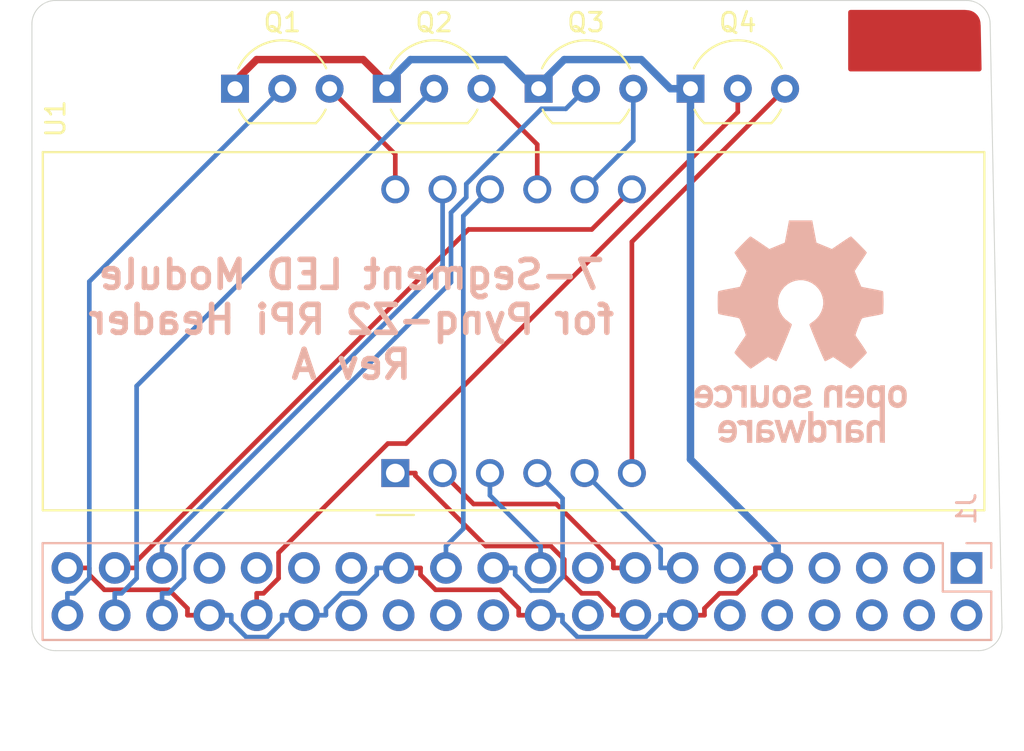
<source format=kicad_pcb>
(kicad_pcb (version 20190907) (host pcbnew "5.99.0-unknown-r17121-d4cea0f2")

  (general
    (thickness 1.6)
    (drawings 10)
    (tracks 139)
    (modules 7)
    (nets 18)
  )

  (page "A4")
  (title_block
    (title "7-Segment LED Module for Pynq-Z2 RPi Header")
    (date "2019-12-06")
    (rev "A")
    (company "Mobilinkd LLC")
  )

  (layers
    (0 "F.Cu" signal)
    (31 "B.Cu" signal)
    (32 "B.Adhes" user)
    (33 "F.Adhes" user)
    (34 "B.Paste" user)
    (35 "F.Paste" user)
    (36 "B.SilkS" user)
    (37 "F.SilkS" user)
    (38 "B.Mask" user)
    (39 "F.Mask" user)
    (40 "Dwgs.User" user)
    (41 "Cmts.User" user)
    (42 "Eco1.User" user)
    (43 "Eco2.User" user)
    (44 "Edge.Cuts" user)
    (45 "Margin" user)
    (46 "B.CrtYd" user)
    (47 "F.CrtYd" user)
    (48 "B.Fab" user)
    (49 "F.Fab" user)
  )

  (setup
    (last_trace_width 0.25)
    (trace_clearance 0.2)
    (zone_clearance 0.508)
    (zone_45_only no)
    (trace_min 0.2)
    (via_size 0.8)
    (via_drill 0.4)
    (via_min_size 0.4)
    (via_min_drill 0.3)
    (uvia_size 0.3)
    (uvia_drill 0.1)
    (uvias_allowed no)
    (uvia_min_size 0.2)
    (uvia_min_drill 0.1)
    (max_error 0.005)
    (defaults
      (edge_clearance 0.01)
      (edge_cuts_line_width 0.05)
      (courtyard_line_width 0.05)
      (copper_line_width 0.2)
      (copper_text_dims (size 1.5 1.5) (thickness 0.3))
      (silk_line_width 0.12)
      (silk_text_dims (size 1 1) (thickness 0.15))
      (other_layers_line_width 0.1)
      (other_layers_text_dims (size 1 1) (thickness 0.15))
    )
    (pad_size 1.524 1.524)
    (pad_drill 0.762)
    (pad_to_mask_clearance 0.051)
    (solder_mask_min_width 0.25)
    (aux_axis_origin 0 0)
    (visible_elements FFFFFF7F)
    (pcbplotparams
      (layerselection 0x010f0_ffffffff)
      (usegerberextensions false)
      (usegerberattributes false)
      (usegerberadvancedattributes false)
      (creategerberjobfile false)
      (excludeedgelayer true)
      (linewidth 0.100000)
      (plotframeref false)
      (viasonmask false)
      (mode 1)
      (useauxorigin false)
      (hpglpennumber 1)
      (hpglpenspeed 20)
      (hpglpendiameter 15.000000)
      (psnegative false)
      (psa4output false)
      (plotreference true)
      (plotvalue true)
      (plotinvisibletext false)
      (padsonsilk false)
      (subtractmaskfromsilk false)
      (outputformat 1)
      (mirror false)
      (drillshape 0)
      (scaleselection 1)
      (outputdirectory "Gerbers")
    )
  )

  (net 0 "")
  (net 1 "Net-(J1-Pad40)")
  (net 2 "GND")
  (net 3 "Net-(J1-Pad38)")
  (net 4 "Net-(J1-Pad37)")
  (net 5 "Net-(J1-Pad36)")
  (net 6 "Net-(J1-Pad35)")
  (net 7 "Net-(J1-Pad32)")
  (net 8 "Net-(J1-Pad23)")
  (net 9 "Net-(J1-Pad21)")
  (net 10 "Net-(J1-Pad19)")
  (net 11 "Net-(J1-Pad16)")
  (net 12 "Net-(J1-Pad15)")
  (net 13 "Net-(J1-Pad13)")
  (net 14 "Net-(Q1-Pad3)")
  (net 15 "Net-(Q2-Pad3)")
  (net 16 "Net-(Q3-Pad3)")
  (net 17 "Net-(Q4-Pad3)")

  (net_class "Default" "This is the default net class."
    (clearance 0.2)
    (trace_width 0.25)
    (via_dia 0.8)
    (via_drill 0.4)
    (uvia_dia 0.3)
    (uvia_drill 0.1)
    (add_net "GND")
    (add_net "Net-(J1-Pad13)")
    (add_net "Net-(J1-Pad15)")
    (add_net "Net-(J1-Pad16)")
    (add_net "Net-(J1-Pad19)")
    (add_net "Net-(J1-Pad21)")
    (add_net "Net-(J1-Pad23)")
    (add_net "Net-(J1-Pad32)")
    (add_net "Net-(J1-Pad35)")
    (add_net "Net-(J1-Pad36)")
    (add_net "Net-(J1-Pad37)")
    (add_net "Net-(J1-Pad38)")
    (add_net "Net-(J1-Pad40)")
    (add_net "Net-(Q1-Pad3)")
    (add_net "Net-(Q2-Pad3)")
    (add_net "Net-(Q3-Pad3)")
    (add_net "Net-(Q4-Pad3)")
  )

  (module "Symbol:OSHW-Logo_11.4x12mm_SilkScreen" (layer "B.Cu") (tedit 0) (tstamp 5DEB7C63)
    (at 173.99 81.28 180)
    (descr "Open Source Hardware Logo")
    (tags "Logo OSHW")
    (attr virtual)
    (fp_text reference "REF**" (at 0 0) (layer "B.SilkS") hide
      (effects (font (size 1 1) (thickness 0.15)) (justify mirror))
    )
    (fp_text value "OSHW-Logo_11.4x12mm_SilkScreen" (at 0.75 0) (layer "B.Fab") hide
      (effects (font (size 1 1) (thickness 0.15)) (justify mirror))
    )
    (fp_poly (pts (xy 0.746535 5.366828) (xy 0.859117 4.769637) (xy 1.274531 4.59839) (xy 1.689944 4.427143)
      (xy 2.188302 4.766022) (xy 2.327868 4.860378) (xy 2.454028 4.944625) (xy 2.560895 5.014917)
      (xy 2.642582 5.067408) (xy 2.693201 5.098251) (xy 2.706986 5.104902) (xy 2.73182 5.087797)
      (xy 2.784888 5.040511) (xy 2.86024 4.969083) (xy 2.951929 4.879555) (xy 3.054007 4.777966)
      (xy 3.160526 4.670357) (xy 3.265536 4.562768) (xy 3.363091 4.46124) (xy 3.447242 4.371814)
      (xy 3.51204 4.300529) (xy 3.551538 4.253427) (xy 3.56098 4.237663) (xy 3.547391 4.208602)
      (xy 3.509293 4.144934) (xy 3.450694 4.052888) (xy 3.375597 3.938691) (xy 3.288009 3.808571)
      (xy 3.237254 3.734354) (xy 3.144745 3.598833) (xy 3.06254 3.476539) (xy 2.99463 3.37356)
      (xy 2.945 3.295982) (xy 2.91764 3.249894) (xy 2.913529 3.240208) (xy 2.922849 3.212681)
      (xy 2.948254 3.148527) (xy 2.985911 3.056765) (xy 3.031986 2.946416) (xy 3.082646 2.8265)
      (xy 3.134059 2.706036) (xy 3.182389 2.594046) (xy 3.223806 2.499548) (xy 3.254474 2.431563)
      (xy 3.270562 2.399112) (xy 3.271511 2.397835) (xy 3.296772 2.391638) (xy 3.364046 2.377815)
      (xy 3.46636 2.357723) (xy 3.596741 2.332721) (xy 3.748216 2.304169) (xy 3.836594 2.287704)
      (xy 3.998452 2.256886) (xy 4.144649 2.227561) (xy 4.267787 2.201334) (xy 4.360469 2.179809)
      (xy 4.415301 2.16459) (xy 4.426323 2.159762) (xy 4.437119 2.127081) (xy 4.445829 2.05327)
      (xy 4.45246 1.946963) (xy 4.457018 1.816788) (xy 4.459509 1.671379) (xy 4.459938 1.519365)
      (xy 4.458311 1.369378) (xy 4.454635 1.230049) (xy 4.448915 1.11001) (xy 4.441158 1.01789)
      (xy 4.431368 0.962323) (xy 4.425496 0.950755) (xy 4.390399 0.93689) (xy 4.316028 0.917067)
      (xy 4.212223 0.893616) (xy 4.088819 0.868864) (xy 4.045741 0.860857) (xy 3.838047 0.822814)
      (xy 3.673984 0.792176) (xy 3.54813 0.767726) (xy 3.455065 0.748246) (xy 3.389367 0.732519)
      (xy 3.345617 0.719327) (xy 3.318392 0.707451) (xy 3.302272 0.695675) (xy 3.300017 0.693347)
      (xy 3.277503 0.655855) (xy 3.243158 0.58289) (xy 3.200411 0.483388) (xy 3.152692 0.366282)
      (xy 3.10343 0.240507) (xy 3.056055 0.114998) (xy 3.013995 -0.00131) (xy 2.98068 -0.099484)
      (xy 2.959541 -0.170588) (xy 2.954005 -0.205687) (xy 2.954466 -0.206917) (xy 2.973223 -0.235606)
      (xy 3.015776 -0.29873) (xy 3.077653 -0.389718) (xy 3.154382 -0.502) (xy 3.241491 -0.629005)
      (xy 3.266299 -0.665098) (xy 3.354753 -0.795948) (xy 3.432588 -0.915336) (xy 3.495566 -1.016407)
      (xy 3.539445 -1.092304) (xy 3.559985 -1.136172) (xy 3.56098 -1.141562) (xy 3.543722 -1.169889)
      (xy 3.496036 -1.226006) (xy 3.42405 -1.303882) (xy 3.333897 -1.397485) (xy 3.231705 -1.500786)
      (xy 3.123606 -1.607751) (xy 3.015728 -1.712351) (xy 2.914204 -1.808554) (xy 2.825162 -1.890329)
      (xy 2.754733 -1.951645) (xy 2.709047 -1.986471) (xy 2.696409 -1.992157) (xy 2.666991 -1.978765)
      (xy 2.606761 -1.942644) (xy 2.52553 -1.889881) (xy 2.46303 -1.847412) (xy 2.349785 -1.769485)
      (xy 2.215674 -1.677729) (xy 2.081155 -1.58612) (xy 2.008833 -1.537091) (xy 1.764038 -1.371515)
      (xy 1.558551 -1.48262) (xy 1.464936 -1.531293) (xy 1.38533 -1.569126) (xy 1.331467 -1.590703)
      (xy 1.317757 -1.593706) (xy 1.30127 -1.571538) (xy 1.268745 -1.508894) (xy 1.222609 -1.411554)
      (xy 1.16529 -1.285294) (xy 1.099216 -1.135895) (xy 1.026815 -0.969133) (xy 0.950516 -0.790787)
      (xy 0.872746 -0.606636) (xy 0.795934 -0.422457) (xy 0.722506 -0.24403) (xy 0.654892 -0.077132)
      (xy 0.59552 0.072458) (xy 0.546816 0.198962) (xy 0.51121 0.296601) (xy 0.49113 0.359598)
      (xy 0.4879 0.381234) (xy 0.513496 0.408831) (xy 0.569539 0.45363) (xy 0.644311 0.506321)
      (xy 0.650587 0.51049) (xy 0.843845 0.665186) (xy 0.999674 0.845664) (xy 1.116724 1.046153)
      (xy 1.193645 1.260881) (xy 1.229086 1.484078) (xy 1.221697 1.709974) (xy 1.170127 1.932796)
      (xy 1.073026 2.146776) (xy 1.044458 2.193591) (xy 0.895868 2.382637) (xy 0.720327 2.534443)
      (xy 0.52391 2.648221) (xy 0.312693 2.72318) (xy 0.092753 2.758533) (xy -0.129837 2.753488)
      (xy -0.348999 2.707256) (xy -0.558658 2.619049) (xy -0.752739 2.488076) (xy -0.812774 2.434918)
      (xy -0.965565 2.268516) (xy -1.076903 2.093343) (xy -1.153277 1.896989) (xy -1.195813 1.702538)
      (xy -1.206314 1.483913) (xy -1.171299 1.264203) (xy -1.094327 1.050835) (xy -0.978953 0.851233)
      (xy -0.828734 0.672826) (xy -0.647227 0.523038) (xy -0.623373 0.507249) (xy -0.547799 0.455543)
      (xy -0.490349 0.410743) (xy -0.462883 0.382138) (xy -0.462483 0.381234) (xy -0.46838 0.350291)
      (xy -0.491755 0.280064) (xy -0.530179 0.17633) (xy -0.581223 0.044865) (xy -0.642458 -0.108552)
      (xy -0.711456 -0.278146) (xy -0.785786 -0.458138) (xy -0.863022 -0.642753) (xy -0.940732 -0.826213)
      (xy -1.016489 -1.002741) (xy -1.087863 -1.166559) (xy -1.152426 -1.311892) (xy -1.207748 -1.432962)
      (xy -1.2514 -1.523992) (xy -1.280954 -1.579205) (xy -1.292856 -1.593706) (xy -1.329223 -1.582414)
      (xy -1.39727 -1.55213) (xy -1.485263 -1.508265) (xy -1.533649 -1.48262) (xy -1.739137 -1.371515)
      (xy -1.983932 -1.537091) (xy -2.108894 -1.621915) (xy -2.245705 -1.715261) (xy -2.373911 -1.803153)
      (xy -2.438129 -1.847412) (xy -2.528449 -1.908063) (xy -2.604929 -1.956126) (xy -2.657593 -1.985515)
      (xy -2.674698 -1.991727) (xy -2.699595 -1.974968) (xy -2.754695 -1.928181) (xy -2.834657 -1.856225)
      (xy -2.934139 -1.763957) (xy -3.0478 -1.656235) (xy -3.119685 -1.587071) (xy -3.245449 -1.463502)
      (xy -3.354137 -1.352979) (xy -3.441355 -1.26023) (xy -3.502711 -1.189982) (xy -3.533809 -1.146965)
      (xy -3.536792 -1.138235) (xy -3.522947 -1.105029) (xy -3.484688 -1.037887) (xy -3.426258 -0.943608)
      (xy -3.351903 -0.82899) (xy -3.265865 -0.700828) (xy -3.241397 -0.665098) (xy -3.152245 -0.535234)
      (xy -3.072262 -0.418314) (xy -3.00592 -0.320907) (xy -2.957689 -0.249584) (xy -2.932043 -0.210915)
      (xy -2.929565 -0.206917) (xy -2.933271 -0.1761) (xy -2.952939 -0.108344) (xy -2.98514 -0.012584)
      (xy -3.026445 0.102246) (xy -3.073425 0.227211) (xy -3.122651 0.353376) (xy -3.170692 0.471807)
      (xy -3.214119 0.57357) (xy -3.249504 0.649729) (xy -3.273416 0.691351) (xy -3.275116 0.693347)
      (xy -3.289738 0.705242) (xy -3.314435 0.717005) (xy -3.354628 0.729854) (xy -3.415737 0.745006)
      (xy -3.503183 0.763679) (xy -3.622388 0.78709) (xy -3.778773 0.816458) (xy -3.977757 0.853)
      (xy -4.02084 0.860857) (xy -4.148529 0.885528) (xy -4.259847 0.909662) (xy -4.344955 0.930931)
      (xy -4.394017 0.947007) (xy -4.400595 0.950755) (xy -4.411436 0.983982) (xy -4.420247 1.058234)
      (xy -4.427024 1.164879) (xy -4.43176 1.295288) (xy -4.43445 1.440828) (xy -4.435087 1.592869)
      (xy -4.433666 1.742779) (xy -4.43018 1.881927) (xy -4.424624 2.001683) (xy -4.416992 2.093414)
      (xy -4.407278 2.148489) (xy -4.401422 2.159762) (xy -4.36882 2.171132) (xy -4.294582 2.189631)
      (xy -4.186104 2.213653) (xy -4.050783 2.241593) (xy -3.896015 2.271847) (xy -3.811692 2.287704)
      (xy -3.651704 2.317611) (xy -3.509033 2.344705) (xy -3.390652 2.367624) (xy -3.303535 2.385012)
      (xy -3.254655 2.395508) (xy -3.24661 2.397835) (xy -3.233013 2.424069) (xy -3.204271 2.48726)
      (xy -3.164215 2.578378) (xy -3.116676 2.688398) (xy -3.065485 2.80829) (xy -3.014474 2.929028)
      (xy -2.967474 3.041584) (xy -2.928316 3.136929) (xy -2.900831 3.206038) (xy -2.888851 3.239881)
      (xy -2.888628 3.24136) (xy -2.902209 3.268058) (xy -2.940285 3.329495) (xy -2.998853 3.419566)
      (xy -3.073912 3.532165) (xy -3.16146 3.661185) (xy -3.212353 3.735294) (xy -3.305091 3.871178)
      (xy -3.387459 3.994546) (xy -3.455439 4.099158) (xy -3.505012 4.178772) (xy -3.532158 4.227148)
      (xy -3.536079 4.237993) (xy -3.519225 4.263235) (xy -3.472632 4.317131) (xy -3.402251 4.393642)
      (xy -3.314035 4.486732) (xy -3.213935 4.59036) (xy -3.107902 4.698491) (xy -3.001889 4.805085)
      (xy -2.901848 4.904105) (xy -2.81373 4.989513) (xy -2.743487 5.05527) (xy -2.697072 5.095339)
      (xy -2.681544 5.104902) (xy -2.656261 5.091455) (xy -2.595789 5.05368) (xy -2.506008 4.99542)
      (xy -2.392797 4.920521) (xy -2.262036 4.83283) (xy -2.1634 4.766022) (xy -1.665043 4.427143)
      (xy -1.249629 4.59839) (xy -0.834216 4.769637) (xy -0.721634 5.366828) (xy -0.609051 5.96402)
      (xy 0.633952 5.96402) (xy 0.746535 5.366828)) (layer "B.SilkS") (width 0.01))
    (fp_poly (pts (xy 3.563637 -2.887472) (xy 3.64929 -2.913641) (xy 3.704437 -2.946707) (xy 3.722401 -2.972855)
      (xy 3.717457 -3.003852) (xy 3.685372 -3.052547) (xy 3.658243 -3.087035) (xy 3.602317 -3.149383)
      (xy 3.560299 -3.175615) (xy 3.52448 -3.173903) (xy 3.418224 -3.146863) (xy 3.340189 -3.148091)
      (xy 3.27682 -3.178735) (xy 3.255546 -3.19667) (xy 3.187451 -3.259779) (xy 3.187451 -4.083922)
      (xy 2.913529 -4.083922) (xy 2.913529 -2.888628) (xy 3.05049 -2.888628) (xy 3.132719 -2.891879)
      (xy 3.175144 -2.903426) (xy 3.187445 -2.925952) (xy 3.187451 -2.92662) (xy 3.19326 -2.950215)
      (xy 3.219531 -2.947138) (xy 3.255931 -2.930115) (xy 3.331111 -2.898439) (xy 3.392158 -2.879381)
      (xy 3.470708 -2.874496) (xy 3.563637 -2.887472)) (layer "B.SilkS") (width 0.01))
    (fp_poly (pts (xy -1.49324 -2.909199) (xy -1.431264 -2.938802) (xy -1.371241 -2.981561) (xy -1.325514 -3.030775)
      (xy -1.292207 -3.093544) (xy -1.269445 -3.176971) (xy -1.255353 -3.288159) (xy -1.248058 -3.434209)
      (xy -1.245682 -3.622223) (xy -1.245645 -3.641912) (xy -1.245098 -4.083922) (xy -1.51902 -4.083922)
      (xy -1.51902 -3.676435) (xy -1.519215 -3.525471) (xy -1.520564 -3.416056) (xy -1.524212 -3.339933)
      (xy -1.531304 -3.288848) (xy -1.542987 -3.254545) (xy -1.560406 -3.228768) (xy -1.584671 -3.203298)
      (xy -1.669565 -3.148571) (xy -1.762239 -3.138416) (xy -1.850527 -3.173017) (xy -1.88123 -3.19877)
      (xy -1.903771 -3.222982) (xy -1.919954 -3.248912) (xy -1.930832 -3.284708) (xy -1.937458 -3.338519)
      (xy -1.940885 -3.418493) (xy -1.942166 -3.532779) (xy -1.942353 -3.671907) (xy -1.942353 -4.083922)
      (xy -2.216275 -4.083922) (xy -2.216275 -2.888628) (xy -2.079314 -2.888628) (xy -1.997084 -2.891879)
      (xy -1.95466 -2.903426) (xy -1.942359 -2.925952) (xy -1.942353 -2.92662) (xy -1.936646 -2.948681)
      (xy -1.911473 -2.946177) (xy -1.861422 -2.921937) (xy -1.747906 -2.886271) (xy -1.618055 -2.882305)
      (xy -1.49324 -2.909199)) (layer "B.SilkS") (width 0.01))
    (fp_poly (pts (xy 5.303287 -2.884355) (xy 5.367051 -2.899845) (xy 5.4893 -2.956569) (xy 5.593834 -3.043202)
      (xy 5.66618 -3.147074) (xy 5.676119 -3.170396) (xy 5.689754 -3.231484) (xy 5.699298 -3.321853)
      (xy 5.702549 -3.41319) (xy 5.702549 -3.585882) (xy 5.34147 -3.585882) (xy 5.192546 -3.586445)
      (xy 5.087632 -3.589864) (xy 5.020937 -3.598731) (xy 4.986666 -3.615641) (xy 4.979028 -3.643189)
      (xy 4.992229 -3.683968) (xy 5.015877 -3.731683) (xy 5.081843 -3.811314) (xy 5.173512 -3.850987)
      (xy 5.285555 -3.849695) (xy 5.412472 -3.806514) (xy 5.522158 -3.753224) (xy 5.613173 -3.825191)
      (xy 5.704188 -3.897157) (xy 5.618563 -3.976269) (xy 5.50425 -4.051017) (xy 5.363666 -4.096084)
      (xy 5.212449 -4.108696) (xy 5.066236 -4.086079) (xy 5.042647 -4.078405) (xy 4.914141 -4.011296)
      (xy 4.818551 -3.911247) (xy 4.753861 -3.775271) (xy 4.718057 -3.60038) (xy 4.71764 -3.596632)
      (xy 4.714434 -3.406032) (xy 4.727393 -3.338035) (xy 4.980392 -3.338035) (xy 5.003627 -3.348491)
      (xy 5.06671 -3.3565) (xy 5.159706 -3.361073) (xy 5.218638 -3.361765) (xy 5.328537 -3.361332)
      (xy 5.397252 -3.358578) (xy 5.433405 -3.351321) (xy 5.445615 -3.337376) (xy 5.442504 -3.314562)
      (xy 5.439894 -3.305735) (xy 5.395344 -3.2228) (xy 5.325279 -3.15596) (xy 5.263446 -3.126589)
      (xy 5.181301 -3.128362) (xy 5.098062 -3.16499) (xy 5.028238 -3.225634) (xy 4.986337 -3.299456)
      (xy 4.980392 -3.338035) (xy 4.727393 -3.338035) (xy 4.746385 -3.238395) (xy 4.809773 -3.097711)
      (xy 4.900878 -2.987974) (xy 5.015978 -2.913174) (xy 5.151355 -2.877304) (xy 5.303287 -2.884355)) (layer "B.SilkS") (width 0.01))
    (fp_poly (pts (xy 4.390976 -2.899056) (xy 4.535256 -2.960348) (xy 4.580699 -2.990185) (xy 4.638779 -3.036036)
      (xy 4.675238 -3.072089) (xy 4.681568 -3.083832) (xy 4.663693 -3.109889) (xy 4.61795 -3.154105)
      (xy 4.581328 -3.184965) (xy 4.481088 -3.26552) (xy 4.401935 -3.198918) (xy 4.340769 -3.155921)
      (xy 4.281129 -3.141079) (xy 4.212872 -3.144704) (xy 4.104482 -3.171652) (xy 4.029872 -3.227587)
      (xy 3.98453 -3.318014) (xy 3.963947 -3.448435) (xy 3.963942 -3.448517) (xy 3.965722 -3.59429)
      (xy 3.993387 -3.701245) (xy 4.048571 -3.774064) (xy 4.086192 -3.798723) (xy 4.186105 -3.829431)
      (xy 4.292822 -3.829449) (xy 4.385669 -3.799655) (xy 4.407647 -3.785098) (xy 4.462765 -3.747914)
      (xy 4.505859 -3.74182) (xy 4.552335 -3.769496) (xy 4.603716 -3.819205) (xy 4.685046 -3.903116)
      (xy 4.594749 -3.977546) (xy 4.455236 -4.061549) (xy 4.297912 -4.102947) (xy 4.133503 -4.09995)
      (xy 4.025531 -4.0725) (xy 3.899331 -4.00462) (xy 3.798401 -3.897831) (xy 3.752548 -3.822451)
      (xy 3.71541 -3.714297) (xy 3.696827 -3.577318) (xy 3.696684 -3.428864) (xy 3.714865 -3.286281)
      (xy 3.751255 -3.166918) (xy 3.756987 -3.15468) (xy 3.841865 -3.034655) (xy 3.956782 -2.947267)
      (xy 4.092659 -2.894329) (xy 4.240417 -2.877654) (xy 4.390976 -2.899056)) (layer "B.SilkS") (width 0.01))
    (fp_poly (pts (xy 1.967254 -3.276245) (xy 1.969608 -3.458879) (xy 1.978207 -3.5976) (xy 1.99536 -3.698147)
      (xy 2.023374 -3.766254) (xy 2.064557 -3.807659) (xy 2.121217 -3.828097) (xy 2.191372 -3.833318)
      (xy 2.264848 -3.827468) (xy 2.320657 -3.806093) (xy 2.361109 -3.763458) (xy 2.388509 -3.693825)
      (xy 2.405167 -3.59146) (xy 2.413389 -3.450624) (xy 2.41549 -3.276245) (xy 2.41549 -2.888628)
      (xy 2.689411 -2.888628) (xy 2.689411 -4.083922) (xy 2.552451 -4.083922) (xy 2.469884 -4.080576)
      (xy 2.427368 -4.068826) (xy 2.41549 -4.04652) (xy 2.408336 -4.026654) (xy 2.379865 -4.030857)
      (xy 2.322476 -4.058971) (xy 2.190945 -4.102342) (xy 2.051438 -4.09927) (xy 1.917765 -4.052174)
      (xy 1.854108 -4.014971) (xy 1.805553 -3.974691) (xy 1.770081 -3.924291) (xy 1.745674 -3.856729)
      (xy 1.730313 -3.764965) (xy 1.721982 -3.641955) (xy 1.718662 -3.480659) (xy 1.718235 -3.355928)
      (xy 1.718235 -2.888628) (xy 1.967254 -2.888628) (xy 1.967254 -3.276245)) (layer "B.SilkS") (width 0.01))
    (fp_poly (pts (xy 1.209547 -2.903364) (xy 1.335502 -2.971959) (xy 1.434047 -3.080245) (xy 1.480478 -3.168315)
      (xy 1.500412 -3.246101) (xy 1.513328 -3.356993) (xy 1.518863 -3.484738) (xy 1.516654 -3.613084)
      (xy 1.506337 -3.725779) (xy 1.494286 -3.785969) (xy 1.453634 -3.868311) (xy 1.38323 -3.95577)
      (xy 1.298382 -4.032251) (xy 1.214397 -4.081655) (xy 1.212349 -4.082439) (xy 1.108134 -4.104027)
      (xy 0.984627 -4.104562) (xy 0.867261 -4.084908) (xy 0.821942 -4.069155) (xy 0.70522 -4.002966)
      (xy 0.621624 -3.916246) (xy 0.566701 -3.801438) (xy 0.535995 -3.650982) (xy 0.529047 -3.572173)
      (xy 0.529933 -3.473145) (xy 0.796862 -3.473145) (xy 0.805854 -3.617645) (xy 0.831736 -3.72776)
      (xy 0.872868 -3.798116) (xy 0.902172 -3.818235) (xy 0.977251 -3.832265) (xy 1.066494 -3.828111)
      (xy 1.14365 -3.807922) (xy 1.163883 -3.796815) (xy 1.217265 -3.732123) (xy 1.2525 -3.633119)
      (xy 1.267498 -3.512632) (xy 1.260172 -3.383494) (xy 1.243799 -3.305775) (xy 1.19679 -3.215771)
      (xy 1.122582 -3.159509) (xy 1.033209 -3.140057) (xy 0.940707 -3.160481) (xy 0.869653 -3.210437)
      (xy 0.832312 -3.251655) (xy 0.810518 -3.292281) (xy 0.80013 -3.347264) (xy 0.797006 -3.431549)
      (xy 0.796862 -3.473145) (xy 0.529933 -3.473145) (xy 0.53093 -3.361874) (xy 0.56518 -3.189423)
      (xy 0.631802 -3.054814) (xy 0.730799 -2.95804) (xy 0.862175 -2.899094) (xy 0.890385 -2.892259)
      (xy 1.059926 -2.876213) (xy 1.209547 -2.903364)) (layer "B.SilkS") (width 0.01))
    (fp_poly (pts (xy 0.027759 -2.884345) (xy 0.122059 -2.902229) (xy 0.21989 -2.939633) (xy 0.230343 -2.944402)
      (xy 0.304531 -2.983412) (xy 0.35591 -3.019664) (xy 0.372517 -3.042887) (xy 0.356702 -3.080761)
      (xy 0.318288 -3.136644) (xy 0.301237 -3.157505) (xy 0.230969 -3.239618) (xy 0.140379 -3.186168)
      (xy 0.054164 -3.150561) (xy -0.045451 -3.131529) (xy -0.140981 -3.130326) (xy -0.214939 -3.14821)
      (xy -0.232688 -3.159373) (xy -0.266488 -3.210553) (xy -0.270596 -3.269509) (xy -0.245304 -3.315567)
      (xy -0.230344 -3.324499) (xy -0.185514 -3.335592) (xy -0.106714 -3.34863) (xy -0.009574 -3.361088)
      (xy 0.008346 -3.363042) (xy 0.164365 -3.39003) (xy 0.277523 -3.435873) (xy 0.352569 -3.504803)
      (xy 0.394253 -3.601054) (xy 0.407238 -3.718617) (xy 0.389299 -3.852254) (xy 0.33105 -3.957195)
      (xy 0.232255 -4.03363) (xy 0.092682 -4.081748) (xy -0.062255 -4.100732) (xy -0.188602 -4.100504)
      (xy -0.291087 -4.083262) (xy -0.361079 -4.059457) (xy -0.449517 -4.017978) (xy -0.531246 -3.969842)
      (xy -0.560295 -3.948655) (xy -0.635 -3.887676) (xy -0.544902 -3.796508) (xy -0.454804 -3.705339)
      (xy -0.352368 -3.773128) (xy -0.249626 -3.824042) (xy -0.139913 -3.850673) (xy -0.034449 -3.853483)
      (xy 0.055546 -3.832935) (xy 0.118854 -3.789493) (xy 0.139296 -3.752838) (xy 0.136229 -3.694053)
      (xy 0.085434 -3.649099) (xy -0.012952 -3.618057) (xy -0.120744 -3.60371) (xy -0.286635 -3.576337)
      (xy -0.409876 -3.524693) (xy -0.492114 -3.447266) (xy -0.534999 -3.342544) (xy -0.54094 -3.218387)
      (xy -0.511594 -3.088702) (xy -0.444691 -2.990677) (xy -0.339629 -2.923866) (xy -0.19581 -2.88782)
      (xy -0.089262 -2.880754) (xy 0.027759 -2.884345)) (layer "B.SilkS") (width 0.01))
    (fp_poly (pts (xy -2.686796 -2.916354) (xy -2.661981 -2.928037) (xy -2.576094 -2.990951) (xy -2.494879 -3.082769)
      (xy -2.434236 -3.183868) (xy -2.416988 -3.230349) (xy -2.401251 -3.313376) (xy -2.391867 -3.413713)
      (xy -2.390728 -3.455147) (xy -2.390589 -3.585882) (xy -3.143047 -3.585882) (xy -3.127007 -3.654363)
      (xy -3.087637 -3.735355) (xy -3.018806 -3.805351) (xy -2.936919 -3.850441) (xy -2.884737 -3.859804)
      (xy -2.813971 -3.848441) (xy -2.72954 -3.819943) (xy -2.700858 -3.806831) (xy -2.594791 -3.753858)
      (xy -2.504272 -3.822901) (xy -2.452039 -3.869597) (xy -2.424247 -3.90814) (xy -2.42284 -3.919452)
      (xy -2.447668 -3.946868) (xy -2.502083 -3.988532) (xy -2.551472 -4.021037) (xy -2.684748 -4.079468)
      (xy -2.834161 -4.105915) (xy -2.982249 -4.099039) (xy -3.100295 -4.063096) (xy -3.221982 -3.986101)
      (xy -3.30846 -3.884728) (xy -3.362559 -3.75357) (xy -3.387109 -3.587224) (xy -3.389286 -3.511108)
      (xy -3.380573 -3.336685) (xy -3.379503 -3.331611) (xy -3.130173 -3.331611) (xy -3.123306 -3.347968)
      (xy -3.095083 -3.356988) (xy -3.036873 -3.360854) (xy -2.940042 -3.361749) (xy -2.902757 -3.361765)
      (xy -2.789317 -3.360413) (xy -2.717378 -3.355505) (xy -2.678687 -3.34576) (xy -2.664995 -3.329899)
      (xy -2.66451 -3.324805) (xy -2.680137 -3.284326) (xy -2.719247 -3.227621) (xy -2.736061 -3.207766)
      (xy -2.798481 -3.151611) (xy -2.863547 -3.129532) (xy -2.898603 -3.127686) (xy -2.993442 -3.150766)
      (xy -3.072973 -3.212759) (xy -3.123423 -3.302802) (xy -3.124317 -3.305735) (xy -3.130173 -3.331611)
      (xy -3.379503 -3.331611) (xy -3.351601 -3.199343) (xy -3.29941 -3.089461) (xy -3.235579 -3.011461)
      (xy -3.117567 -2.926882) (xy -2.978842 -2.881686) (xy -2.83129 -2.8776) (xy -2.686796 -2.916354)) (layer "B.SilkS") (width 0.01))
    (fp_poly (pts (xy -5.026753 -2.901568) (xy -4.896478 -2.959163) (xy -4.797581 -3.055334) (xy -4.729918 -3.190229)
      (xy -4.693345 -3.363996) (xy -4.690724 -3.391126) (xy -4.68867 -3.582408) (xy -4.715301 -3.750073)
      (xy -4.768999 -3.885967) (xy -4.797753 -3.929681) (xy -4.897909 -4.022198) (xy -5.025463 -4.082119)
      (xy -5.168163 -4.106985) (xy -5.31376 -4.094339) (xy -5.424438 -4.055391) (xy -5.519616 -3.989755)
      (xy -5.597406 -3.903699) (xy -5.598751 -3.901685) (xy -5.630343 -3.84857) (xy -5.650873 -3.79516)
      (xy -5.663305 -3.727754) (xy -5.670603 -3.632653) (xy -5.673818 -3.554666) (xy -5.675156 -3.483944)
      (xy -5.426186 -3.483944) (xy -5.423753 -3.554348) (xy -5.41492 -3.648068) (xy -5.399336 -3.708214)
      (xy -5.371234 -3.751006) (xy -5.344914 -3.776002) (xy -5.251608 -3.828338) (xy -5.15398 -3.835333)
      (xy -5.063058 -3.797676) (xy -5.017598 -3.755479) (xy -4.984838 -3.712956) (xy -4.965677 -3.672267)
      (xy -4.957267 -3.619314) (xy -4.956763 -3.539997) (xy -4.959355 -3.46695) (xy -4.964929 -3.362601)
      (xy -4.973766 -3.29492) (xy -4.989693 -3.250774) (xy -5.016538 -3.217031) (xy -5.037811 -3.197746)
      (xy -5.126794 -3.147086) (xy -5.222789 -3.14456) (xy -5.303281 -3.174567) (xy -5.371947 -3.237231)
      (xy -5.412856 -3.340168) (xy -5.426186 -3.483944) (xy -5.675156 -3.483944) (xy -5.676754 -3.399582)
      (xy -5.67174 -3.2836) (xy -5.656717 -3.196367) (xy -5.629624 -3.12753) (xy -5.5884 -3.066737)
      (xy -5.573115 -3.048686) (xy -5.477546 -2.958746) (xy -5.375039 -2.906211) (xy -5.249679 -2.884201)
      (xy -5.18855 -2.882402) (xy -5.026753 -2.901568)) (layer "B.SilkS") (width 0.01))
    (fp_poly (pts (xy 4.025307 -4.762784) (xy 4.144337 -4.793731) (xy 4.244021 -4.8576) (xy 4.292288 -4.905313)
      (xy 4.371408 -5.018106) (xy 4.416752 -5.14895) (xy 4.43233 -5.309792) (xy 4.43241 -5.322794)
      (xy 4.432549 -5.45353) (xy 3.680091 -5.45353) (xy 3.69613 -5.52201) (xy 3.725091 -5.584031)
      (xy 3.775778 -5.648654) (xy 3.786379 -5.658971) (xy 3.877494 -5.714805) (xy 3.9814 -5.724275)
      (xy 4.101 -5.68754) (xy 4.121274 -5.677647) (xy 4.183456 -5.647574) (xy 4.225106 -5.63044)
      (xy 4.232373 -5.628855) (xy 4.25774 -5.644242) (xy 4.30612 -5.681887) (xy 4.330679 -5.702459)
      (xy 4.38157 -5.749714) (xy 4.398281 -5.780917) (xy 4.386683 -5.80962) (xy 4.380483 -5.817468)
      (xy 4.338493 -5.851819) (xy 4.269206 -5.893565) (xy 4.220882 -5.917935) (xy 4.083711 -5.960873)
      (xy 3.931847 -5.974786) (xy 3.788024 -5.9583) (xy 3.747745 -5.946496) (xy 3.623078 -5.879689)
      (xy 3.530671 -5.776892) (xy 3.46999 -5.637105) (xy 3.440498 -5.45933) (xy 3.43726 -5.366373)
      (xy 3.446714 -5.231033) (xy 3.68549 -5.231033) (xy 3.708584 -5.241038) (xy 3.770662 -5.248888)
      (xy 3.860914 -5.253521) (xy 3.922058 -5.254314) (xy 4.03204 -5.253549) (xy 4.101457 -5.24997)
      (xy 4.139538 -5.241649) (xy 4.155515 -5.226657) (xy 4.158627 -5.204903) (xy 4.137278 -5.137892)
      (xy 4.083529 -5.071664) (xy 4.012822 -5.020832) (xy 3.942089 -5.000038) (xy 3.846016 -5.018484)
      (xy 3.762849 -5.071811) (xy 3.705186 -5.148677) (xy 3.68549 -5.231033) (xy 3.446714 -5.231033)
      (xy 3.451028 -5.169291) (xy 3.49352 -5.012271) (xy 3.565635 -4.894069) (xy 3.668273 -4.81344)
      (xy 3.802332 -4.769139) (xy 3.874957 -4.760607) (xy 4.025307 -4.762784)) (layer "B.SilkS") (width 0.01))
    (fp_poly (pts (xy 3.238446 -4.755883) (xy 3.334177 -4.774755) (xy 3.388677 -4.802699) (xy 3.446008 -4.849123)
      (xy 3.364441 -4.952111) (xy 3.31415 -5.014479) (xy 3.280001 -5.044907) (xy 3.246063 -5.049555)
      (xy 3.196406 -5.034586) (xy 3.173096 -5.026117) (xy 3.078063 -5.013622) (xy 2.991032 -5.040406)
      (xy 2.927138 -5.100915) (xy 2.916759 -5.120208) (xy 2.905456 -5.171314) (xy 2.896732 -5.2655)
      (xy 2.890997 -5.396089) (xy 2.88866 -5.556405) (xy 2.888627 -5.579211) (xy 2.888627 -5.976471)
      (xy 2.614705 -5.976471) (xy 2.614705 -4.756275) (xy 2.751666 -4.756275) (xy 2.830638 -4.758337)
      (xy 2.871779 -4.767513) (xy 2.886992 -4.78829) (xy 2.888627 -4.807886) (xy 2.888627 -4.859497)
      (xy 2.95424 -4.807886) (xy 3.029475 -4.772675) (xy 3.130544 -4.755265) (xy 3.238446 -4.755883)) (layer "B.SilkS") (width 0.01))
    (fp_poly (pts (xy 2.056459 -4.763669) (xy 2.16142 -4.789163) (xy 2.191761 -4.802669) (xy 2.250573 -4.838046)
      (xy 2.295709 -4.87789) (xy 2.329106 -4.92912) (xy 2.352701 -4.998654) (xy 2.368433 -5.093409)
      (xy 2.378239 -5.220305) (xy 2.384057 -5.386258) (xy 2.386266 -5.497108) (xy 2.394396 -5.976471)
      (xy 2.255531 -5.976471) (xy 2.171287 -5.972938) (xy 2.127884 -5.960866) (xy 2.116666 -5.940594)
      (xy 2.110744 -5.918674) (xy 2.084266 -5.922865) (xy 2.048186 -5.940441) (xy 1.957862 -5.967382)
      (xy 1.841777 -5.974642) (xy 1.71968 -5.962767) (xy 1.611321 -5.932305) (xy 1.601602 -5.928077)
      (xy 1.502568 -5.858505) (xy 1.437281 -5.761789) (xy 1.40724 -5.648738) (xy 1.409535 -5.608122)
      (xy 1.654633 -5.608122) (xy 1.676229 -5.662782) (xy 1.740259 -5.701952) (xy 1.843565 -5.722974)
      (xy 1.898774 -5.725766) (xy 1.990782 -5.71862) (xy 2.051941 -5.690848) (xy 2.066862 -5.677647)
      (xy 2.107287 -5.605829) (xy 2.116666 -5.540686) (xy 2.116666 -5.45353) (xy 1.995269 -5.45353)
      (xy 1.854153 -5.460722) (xy 1.755173 -5.483345) (xy 1.692633 -5.522964) (xy 1.678631 -5.540628)
      (xy 1.654633 -5.608122) (xy 1.409535 -5.608122) (xy 1.413941 -5.530157) (xy 1.45888 -5.416855)
      (xy 1.520196 -5.340285) (xy 1.557332 -5.307181) (xy 1.593687 -5.285425) (xy 1.64099 -5.272161)
      (xy 1.710973 -5.264528) (xy 1.815364 -5.25967) (xy 1.85677 -5.258273) (xy 2.116666 -5.24978)
      (xy 2.116285 -5.171116) (xy 2.106219 -5.088428) (xy 2.069829 -5.038431) (xy 1.996311 -5.006489)
      (xy 1.994339 -5.00592) (xy 1.890105 -4.993361) (xy 1.788108 -5.009766) (xy 1.712305 -5.049657)
      (xy 1.68189 -5.069354) (xy 1.649132 -5.066629) (xy 1.598721 -5.038091) (xy 1.569119 -5.01795)
      (xy 1.511218 -4.974919) (xy 1.475352 -4.942662) (xy 1.469597 -4.933427) (xy 1.493295 -4.885636)
      (xy 1.563313 -4.828562) (xy 1.593725 -4.809305) (xy 1.681155 -4.77614) (xy 1.798983 -4.75735)
      (xy 1.929866 -4.753129) (xy 2.056459 -4.763669)) (layer "B.SilkS") (width 0.01))
    (fp_poly (pts (xy 0.557528 -4.761332) (xy 0.656014 -4.768726) (xy 0.784776 -5.154706) (xy 0.913537 -5.540686)
      (xy 0.953911 -5.403726) (xy 0.978207 -5.319083) (xy 1.010167 -5.204697) (xy 1.044679 -5.078963)
      (xy 1.062928 -5.01152) (xy 1.131571 -4.756275) (xy 1.414773 -4.756275) (xy 1.330122 -5.023971)
      (xy 1.288435 -5.155638) (xy 1.238074 -5.314458) (xy 1.185481 -5.480128) (xy 1.13853 -5.627843)
      (xy 1.031589 -5.96402) (xy 0.800661 -5.979044) (xy 0.73805 -5.772316) (xy 0.699438 -5.643896)
      (xy 0.6573 -5.502322) (xy 0.620472 -5.377285) (xy 0.619018 -5.372309) (xy 0.591511 -5.287586)
      (xy 0.567242 -5.229778) (xy 0.550243 -5.207918) (xy 0.54675 -5.210446) (xy 0.53449 -5.244336)
      (xy 0.511195 -5.31693) (xy 0.4797 -5.419101) (xy 0.442842 -5.54172) (xy 0.422899 -5.609167)
      (xy 0.314895 -5.976471) (xy 0.085679 -5.976471) (xy -0.097561 -5.3975) (xy -0.149037 -5.235091)
      (xy -0.19593 -5.087602) (xy -0.236023 -4.96196) (xy -0.267103 -4.865095) (xy -0.286955 -4.803934)
      (xy -0.292989 -4.786065) (xy -0.288212 -4.767768) (xy -0.250703 -4.759755) (xy -0.172645 -4.760557)
      (xy -0.160426 -4.761163) (xy -0.015674 -4.768726) (xy 0.07913 -5.117353) (xy 0.113977 -5.244497)
      (xy 0.145117 -5.356265) (xy 0.169809 -5.442953) (xy 0.185312 -5.494856) (xy 0.188176 -5.503318)
      (xy 0.200046 -5.493587) (xy 0.223983 -5.443172) (xy 0.257239 -5.358935) (xy 0.297064 -5.247741)
      (xy 0.33073 -5.147297) (xy 0.459041 -4.753939) (xy 0.557528 -4.761332)) (layer "B.SilkS") (width 0.01))
    (fp_poly (pts (xy -0.398432 -5.976471) (xy -0.535393 -5.976471) (xy -0.614889 -5.97414) (xy -0.656292 -5.964488)
      (xy -0.671199 -5.943525) (xy -0.672353 -5.929351) (xy -0.674867 -5.900927) (xy -0.69072 -5.895475)
      (xy -0.732379 -5.912998) (xy -0.764776 -5.929351) (xy -0.889151 -5.968103) (xy -1.024354 -5.970346)
      (xy -1.134274 -5.941444) (xy -1.236634 -5.871619) (xy -1.31466 -5.768555) (xy -1.357386 -5.646989)
      (xy -1.358474 -5.640192) (xy -1.364822 -5.566032) (xy -1.367979 -5.45957) (xy -1.367725 -5.379052)
      (xy -1.095711 -5.379052) (xy -1.08941 -5.48607) (xy -1.075075 -5.574278) (xy -1.055669 -5.62409)
      (xy -0.982254 -5.692162) (xy -0.895086 -5.716564) (xy -0.805196 -5.696831) (xy -0.728383 -5.637968)
      (xy -0.699292 -5.598379) (xy -0.682283 -5.551138) (xy -0.674316 -5.482181) (xy -0.672353 -5.378607)
      (xy -0.675866 -5.276039) (xy -0.685143 -5.185921) (xy -0.698294 -5.125613) (xy -0.700486 -5.120208)
      (xy -0.753522 -5.05594) (xy -0.830933 -5.020656) (xy -0.917546 -5.014959) (xy -0.998193 -5.039453)
      (xy -1.057703 -5.094742) (xy -1.063876 -5.105743) (xy -1.083199 -5.172827) (xy -1.093726 -5.269284)
      (xy -1.095711 -5.379052) (xy -1.367725 -5.379052) (xy -1.367596 -5.338225) (xy -1.365806 -5.272918)
      (xy -1.353627 -5.111355) (xy -1.328315 -4.990053) (xy -1.286207 -4.900379) (xy -1.223641 -4.833699)
      (xy -1.1629 -4.794557) (xy -1.078036 -4.76704) (xy -0.972485 -4.757603) (xy -0.864402 -4.76529)
      (xy -0.771942 -4.789146) (xy -0.72309 -4.817685) (xy -0.672353 -4.863601) (xy -0.672353 -4.283137)
      (xy -0.398432 -4.283137) (xy -0.398432 -5.976471)) (layer "B.SilkS") (width 0.01))
    (fp_poly (pts (xy -1.967236 -4.758921) (xy -1.92997 -4.770091) (xy -1.917957 -4.794633) (xy -1.917451 -4.805712)
      (xy -1.915296 -4.836572) (xy -1.900449 -4.841417) (xy -1.860343 -4.82026) (xy -1.83652 -4.805806)
      (xy -1.761362 -4.77485) (xy -1.671594 -4.759544) (xy -1.577471 -4.758367) (xy -1.489246 -4.769799)
      (xy -1.417174 -4.79232) (xy -1.371508 -4.824409) (xy -1.362502 -4.864545) (xy -1.367047 -4.875415)
      (xy -1.400179 -4.920534) (xy -1.451555 -4.976026) (xy -1.460848 -4.984996) (xy -1.509818 -5.026245)
      (xy -1.552069 -5.039572) (xy -1.611159 -5.030271) (xy -1.634831 -5.02409) (xy -1.708496 -5.009246)
      (xy -1.76029 -5.015921) (xy -1.804031 -5.039465) (xy -1.844098 -5.071061) (xy -1.873608 -5.110798)
      (xy -1.894116 -5.166252) (xy -1.907176 -5.245003) (xy -1.914344 -5.354629) (xy -1.917176 -5.502706)
      (xy -1.917451 -5.592111) (xy -1.917451 -5.976471) (xy -2.166471 -5.976471) (xy -2.166471 -4.756275)
      (xy -2.041961 -4.756275) (xy -1.967236 -4.758921)) (layer "B.SilkS") (width 0.01))
    (fp_poly (pts (xy -2.74128 -4.765922) (xy -2.62413 -4.79718) (xy -2.534949 -4.853837) (xy -2.472016 -4.928045)
      (xy -2.452452 -4.959716) (xy -2.438008 -4.992891) (xy -2.427911 -5.035329) (xy -2.421385 -5.094788)
      (xy -2.417658 -5.179029) (xy -2.415954 -5.29581) (xy -2.4155 -5.45289) (xy -2.415491 -5.494565)
      (xy -2.415491 -5.976471) (xy -2.53502 -5.976471) (xy -2.611261 -5.971131) (xy -2.667634 -5.957604)
      (xy -2.681758 -5.949262) (xy -2.72037 -5.934864) (xy -2.759808 -5.949262) (xy -2.824738 -5.967237)
      (xy -2.919055 -5.974472) (xy -3.023593 -5.971333) (xy -3.119189 -5.958186) (xy -3.175 -5.941318)
      (xy -3.283002 -5.871986) (xy -3.350497 -5.775772) (xy -3.380841 -5.647844) (xy -3.381123 -5.644559)
      (xy -3.37846 -5.587808) (xy -3.137647 -5.587808) (xy -3.116595 -5.652358) (xy -3.082303 -5.688686)
      (xy -3.013468 -5.716162) (xy -2.92261 -5.727129) (xy -2.829958 -5.721731) (xy -2.755744 -5.70011)
      (xy -2.734951 -5.686239) (xy -2.698619 -5.622143) (xy -2.689412 -5.549278) (xy -2.689412 -5.45353)
      (xy -2.827173 -5.45353) (xy -2.958047 -5.463605) (xy -3.057259 -5.492148) (xy -3.118977 -5.536639)
      (xy -3.137647 -5.587808) (xy -3.37846 -5.587808) (xy -3.374564 -5.50479) (xy -3.328466 -5.394282)
      (xy -3.2418 -5.310712) (xy -3.229821 -5.30311) (xy -3.178345 -5.278357) (xy -3.114632 -5.263368)
      (xy -3.025565 -5.256082) (xy -2.919755 -5.254407) (xy -2.689412 -5.254314) (xy -2.689412 -5.157755)
      (xy -2.699183 -5.082836) (xy -2.724116 -5.032644) (xy -2.727035 -5.029972) (xy -2.782519 -5.008015)
      (xy -2.866273 -4.999505) (xy -2.958833 -5.003687) (xy -3.04073 -5.019809) (xy -3.089327 -5.04399)
      (xy -3.115659 -5.063359) (xy -3.143465 -5.067057) (xy -3.181839 -5.051188) (xy -3.239875 -5.011855)
      (xy -3.326669 -4.945164) (xy -3.334635 -4.938916) (xy -3.330553 -4.9158) (xy -3.296499 -4.877352)
      (xy -3.24474 -4.834627) (xy -3.187545 -4.798679) (xy -3.169575 -4.790191) (xy -3.104028 -4.773252)
      (xy -3.00798 -4.76117) (xy -2.900671 -4.756323) (xy -2.895653 -4.756313) (xy -2.74128 -4.765922)) (layer "B.SilkS") (width 0.01))
    (fp_poly (pts (xy -3.780091 -2.90956) (xy -3.727588 -2.935499) (xy -3.662842 -2.9807) (xy -3.615653 -3.029991)
      (xy -3.583335 -3.091885) (xy -3.563203 -3.174896) (xy -3.55257 -3.287538) (xy -3.548753 -3.438324)
      (xy -3.54853 -3.503149) (xy -3.549182 -3.645221) (xy -3.551888 -3.746757) (xy -3.557776 -3.817015)
      (xy -3.567973 -3.865256) (xy -3.583606 -3.900738) (xy -3.599872 -3.924943) (xy -3.703705 -4.027929)
      (xy -3.825979 -4.089874) (xy -3.957886 -4.108506) (xy -4.090616 -4.081549) (xy -4.132667 -4.062486)
      (xy -4.233334 -4.010015) (xy -4.233334 -4.832259) (xy -4.159865 -4.794267) (xy -4.063059 -4.764872)
      (xy -3.944072 -4.757342) (xy -3.825255 -4.771245) (xy -3.735527 -4.802476) (xy -3.661101 -4.861954)
      (xy -3.59751 -4.947066) (xy -3.592729 -4.955805) (xy -3.572563 -4.996966) (xy -3.557835 -5.038454)
      (xy -3.547697 -5.088713) (xy -3.541301 -5.156184) (xy -3.537799 -5.249309) (xy -3.536342 -5.376531)
      (xy -3.536079 -5.519701) (xy -3.536079 -5.976471) (xy -3.81 -5.976471) (xy -3.81 -5.134231)
      (xy -3.886617 -5.069763) (xy -3.966207 -5.018194) (xy -4.041578 -5.008818) (xy -4.117367 -5.032947)
      (xy -4.157759 -5.056574) (xy -4.187821 -5.090227) (xy -4.209203 -5.141087) (xy -4.22355 -5.216334)
      (xy -4.23251 -5.323146) (xy -4.23773 -5.468704) (xy -4.239569 -5.565588) (xy -4.245785 -5.96402)
      (xy -4.37652 -5.971547) (xy -4.507255 -5.979073) (xy -4.507255 -3.506582) (xy -4.233334 -3.506582)
      (xy -4.22635 -3.644423) (xy -4.202818 -3.740107) (xy -4.158865 -3.799641) (xy -4.090618 -3.829029)
      (xy -4.021667 -3.834902) (xy -3.943614 -3.828154) (xy -3.891811 -3.801594) (xy -3.859417 -3.766499)
      (xy -3.833916 -3.728752) (xy -3.818735 -3.6867) (xy -3.811981 -3.627779) (xy -3.811759 -3.539428)
      (xy -3.814032 -3.465448) (xy -3.819251 -3.354) (xy -3.827021 -3.280833) (xy -3.840105 -3.234422)
      (xy -3.861268 -3.203244) (xy -3.88124 -3.185223) (xy -3.964686 -3.145925) (xy -4.063449 -3.139579)
      (xy -4.120159 -3.153116) (xy -4.176308 -3.201233) (xy -4.213501 -3.294833) (xy -4.231528 -3.433254)
      (xy -4.233334 -3.506582) (xy -4.507255 -3.506582) (xy -4.507255 -2.888628) (xy -4.370295 -2.888628)
      (xy -4.288065 -2.891879) (xy -4.24564 -2.903426) (xy -4.233339 -2.925952) (xy -4.233334 -2.92662)
      (xy -4.227626 -2.948681) (xy -4.202453 -2.946176) (xy -4.152402 -2.921935) (xy -4.035781 -2.884851)
      (xy -3.904571 -2.880953) (xy -3.780091 -2.90956)) (layer "B.SilkS") (width 0.01))
  )

  (module "Display_7Segment:CA56-12CGKWA" (layer "F.Cu") (tedit 5A02FE84) (tstamp 5DEB1F73)
    (at 152.22 88.885 90)
    (descr "4 digit 7 segment green LED, http://www.kingbright.com/attachments/file/psearch/000/00/00/CA56-12CGKWA(Ver.9A).pdf")
    (tags "4 digit 7 segment green LED")
    (path "/5DEB115F")
    (fp_text reference "U1" (at 19.035 -18.235 90) (layer "F.SilkS")
      (effects (font (size 1 1) (thickness 0.15)))
    )
    (fp_text value "CC56-12CGKWA" (at 3.5 32.92 90) (layer "F.Fab")
      (effects (font (size 1 1) (thickness 0.15)))
    )
    (fp_text user "%R" (at 8.128 6.604 90) (layer "F.Fab")
      (effects (font (size 1 1) (thickness 0.15)))
    )
    (fp_line (start -1.88 1) (end -1.88 31.5) (layer "F.Fab") (width 0.1))
    (fp_line (start -1.88 31.5) (end 17.12 31.5) (layer "F.Fab") (width 0.1))
    (fp_line (start 17.12 -18.8) (end 17.12 31.5) (layer "F.Fab") (width 0.1))
    (fp_line (start -1.88 -18.8) (end 17.12 -18.8) (layer "F.Fab") (width 0.1))
    (fp_line (start -2.25 -1) (end -2.25 1) (layer "F.SilkS") (width 0.12))
    (fp_line (start -2.13 31.75) (end -2.13 -19.05) (layer "F.CrtYd") (width 0.05))
    (fp_line (start 17.37 31.75) (end -2.13 31.75) (layer "F.CrtYd") (width 0.05))
    (fp_line (start 17.37 -19.05) (end 17.37 31.75) (layer "F.CrtYd") (width 0.05))
    (fp_line (start -2.13 -19.05) (end 17.37 -19.05) (layer "F.CrtYd") (width 0.05))
    (fp_line (start -1.88 -1) (end -1.88 -18.8) (layer "F.Fab") (width 0.1))
    (fp_line (start -0.88 0) (end -1.88 -1) (layer "F.Fab") (width 0.1))
    (fp_line (start -1.88 1) (end -0.88 0) (layer "F.Fab") (width 0.1))
    (fp_line (start 17.24 31.62) (end 17.24 -18.92) (layer "F.SilkS") (width 0.12))
    (fp_line (start -2 31.62) (end 17.24 31.62) (layer "F.SilkS") (width 0.12))
    (fp_line (start -2 -18.92) (end -2 31.62) (layer "F.SilkS") (width 0.12))
    (fp_line (start -2 -18.92) (end 17.24 -18.92) (layer "F.SilkS") (width 0.12))
    (pad "12" thru_hole circle (at 15.24 0 90) (size 1.5 1.5) (drill 1) (layers *.Cu *.Mask)
      (net 14 "Net-(Q1-Pad3)"))
    (pad "11" thru_hole circle (at 15.24 2.54 90) (size 1.5 1.5) (drill 1) (layers *.Cu *.Mask)
      (net 6 "Net-(J1-Pad35)"))
    (pad "10" thru_hole circle (at 15.24 5.08 90) (size 1.5 1.5) (drill 1) (layers *.Cu *.Mask)
      (net 8 "Net-(J1-Pad23)"))
    (pad "9" thru_hole circle (at 15.24 7.62 90) (size 1.5 1.5) (drill 1) (layers *.Cu *.Mask)
      (net 15 "Net-(Q2-Pad3)"))
    (pad "8" thru_hole circle (at 15.24 10.16 90) (size 1.5 1.5) (drill 1) (layers *.Cu *.Mask)
      (net 16 "Net-(Q3-Pad3)"))
    (pad "7" thru_hole circle (at 15.24 12.7 90) (size 1.5 1.5) (drill 1) (layers *.Cu *.Mask)
      (net 4 "Net-(J1-Pad37)"))
    (pad "6" thru_hole circle (at 0 12.7 90) (size 1.5 1.5) (drill 1) (layers *.Cu *.Mask)
      (net 17 "Net-(Q4-Pad3)"))
    (pad "5" thru_hole circle (at 0 10.16 90) (size 1.5 1.5) (drill 1) (layers *.Cu *.Mask)
      (net 13 "Net-(J1-Pad13)"))
    (pad "4" thru_hole circle (at 0 7.62 90) (size 1.5 1.5) (drill 1) (layers *.Cu *.Mask)
      (net 9 "Net-(J1-Pad21)"))
    (pad "3" thru_hole circle (at 0 5.08 90) (size 1.5 1.5) (drill 1) (layers *.Cu *.Mask)
      (net 10 "Net-(J1-Pad19)"))
    (pad "2" thru_hole circle (at 0 2.54 90) (size 1.5 1.5) (drill 1) (layers *.Cu *.Mask)
      (net 12 "Net-(J1-Pad15)"))
    (pad "1" thru_hole rect (at 0 0 90) (size 1.5 1.5) (drill 1) (layers *.Cu *.Mask)
      (net 11 "Net-(J1-Pad16)"))
    (model "${KISYS3DMOD}/Display_7Segment.3dshapes/CA56-12CGKWA.wrl"
      (at (xyz 0 0 0))
      (scale (xyz 1 1 1))
      (rotate (xyz 0 0 0))
    )
  )

  (module "Package_TO_SOT_THT:TO-92_Inline_Wide" (layer "F.Cu") (tedit 5A02FF81) (tstamp 5DEB1DA8)
    (at 168.065 68.24)
    (descr "TO-92 leads in-line, wide, drill 0.75mm (see NXP sot054_po.pdf)")
    (tags "to-92 sc-43 sc-43a sot54 PA33 transistor")
    (path "/5DEBF356")
    (fp_text reference "Q4" (at 2.54 -3.56) (layer "F.SilkS")
      (effects (font (size 1 1) (thickness 0.15)))
    )
    (fp_text value "2N7000" (at 2.54 2.79) (layer "F.Fab")
      (effects (font (size 1 1) (thickness 0.15)))
    )
    (fp_arc (start 2.54 0) (end 4.34 1.85) (angle -20) (layer "F.SilkS") (width 0.12))
    (fp_arc (start 2.54 0) (end 2.54 -2.48) (angle -135) (layer "F.Fab") (width 0.1))
    (fp_arc (start 2.54 0) (end 2.54 -2.48) (angle 135) (layer "F.Fab") (width 0.1))
    (fp_arc (start 2.54 0) (end 2.54 -2.6) (angle 65) (layer "F.SilkS") (width 0.12))
    (fp_arc (start 2.54 0) (end 2.54 -2.6) (angle -65) (layer "F.SilkS") (width 0.12))
    (fp_arc (start 2.54 0) (end 0.74 1.85) (angle 20) (layer "F.SilkS") (width 0.12))
    (fp_line (start 6.09 2.01) (end -1.01 2.01) (layer "F.CrtYd") (width 0.05))
    (fp_line (start 6.09 2.01) (end 6.09 -2.73) (layer "F.CrtYd") (width 0.05))
    (fp_line (start -1.01 -2.73) (end -1.01 2.01) (layer "F.CrtYd") (width 0.05))
    (fp_line (start -1.01 -2.73) (end 6.09 -2.73) (layer "F.CrtYd") (width 0.05))
    (fp_line (start 0.8 1.75) (end 4.3 1.75) (layer "F.Fab") (width 0.1))
    (fp_line (start 0.74 1.85) (end 4.34 1.85) (layer "F.SilkS") (width 0.12))
    (fp_text user "%R" (at 2.54 -3.56) (layer "F.Fab")
      (effects (font (size 1 1) (thickness 0.15)))
    )
    (pad "1" thru_hole rect (at 0 0 90) (size 1.5 1.5) (drill 0.8) (layers *.Cu *.Mask)
      (net 2 "GND"))
    (pad "3" thru_hole circle (at 5.08 0 90) (size 1.5 1.5) (drill 0.8) (layers *.Cu *.Mask)
      (net 17 "Net-(Q4-Pad3)"))
    (pad "2" thru_hole circle (at 2.54 0 90) (size 1.5 1.5) (drill 0.8) (layers *.Cu *.Mask)
      (net 7 "Net-(J1-Pad32)"))
    (model "${KISYS3DMOD}/Package_TO_SOT_THT.3dshapes/TO-92_Inline_Wide.wrl"
      (at (xyz 0 0 0))
      (scale (xyz 1 1 1))
      (rotate (xyz 0 0 0))
    )
  )

  (module "Package_TO_SOT_THT:TO-92_Inline_Wide" (layer "F.Cu") (tedit 5A02FF81) (tstamp 5DEB1D94)
    (at 159.915 68.24)
    (descr "TO-92 leads in-line, wide, drill 0.75mm (see NXP sot054_po.pdf)")
    (tags "to-92 sc-43 sc-43a sot54 PA33 transistor")
    (path "/5DEBEE5B")
    (fp_text reference "Q3" (at 2.54 -3.56) (layer "F.SilkS")
      (effects (font (size 1 1) (thickness 0.15)))
    )
    (fp_text value "2N7000" (at 2.54 2.79) (layer "F.Fab")
      (effects (font (size 1 1) (thickness 0.15)))
    )
    (fp_arc (start 2.54 0) (end 4.34 1.85) (angle -20) (layer "F.SilkS") (width 0.12))
    (fp_arc (start 2.54 0) (end 2.54 -2.48) (angle -135) (layer "F.Fab") (width 0.1))
    (fp_arc (start 2.54 0) (end 2.54 -2.48) (angle 135) (layer "F.Fab") (width 0.1))
    (fp_arc (start 2.54 0) (end 2.54 -2.6) (angle 65) (layer "F.SilkS") (width 0.12))
    (fp_arc (start 2.54 0) (end 2.54 -2.6) (angle -65) (layer "F.SilkS") (width 0.12))
    (fp_arc (start 2.54 0) (end 0.74 1.85) (angle 20) (layer "F.SilkS") (width 0.12))
    (fp_line (start 6.09 2.01) (end -1.01 2.01) (layer "F.CrtYd") (width 0.05))
    (fp_line (start 6.09 2.01) (end 6.09 -2.73) (layer "F.CrtYd") (width 0.05))
    (fp_line (start -1.01 -2.73) (end -1.01 2.01) (layer "F.CrtYd") (width 0.05))
    (fp_line (start -1.01 -2.73) (end 6.09 -2.73) (layer "F.CrtYd") (width 0.05))
    (fp_line (start 0.8 1.75) (end 4.3 1.75) (layer "F.Fab") (width 0.1))
    (fp_line (start 0.74 1.85) (end 4.34 1.85) (layer "F.SilkS") (width 0.12))
    (fp_text user "%R" (at 2.54 -3.56) (layer "F.Fab")
      (effects (font (size 1 1) (thickness 0.15)))
    )
    (pad "1" thru_hole rect (at 0 0 90) (size 1.5 1.5) (drill 0.8) (layers *.Cu *.Mask)
      (net 2 "GND"))
    (pad "3" thru_hole circle (at 5.08 0 90) (size 1.5 1.5) (drill 0.8) (layers *.Cu *.Mask)
      (net 16 "Net-(Q3-Pad3)"))
    (pad "2" thru_hole circle (at 2.54 0 90) (size 1.5 1.5) (drill 0.8) (layers *.Cu *.Mask)
      (net 5 "Net-(J1-Pad36)"))
    (model "${KISYS3DMOD}/Package_TO_SOT_THT.3dshapes/TO-92_Inline_Wide.wrl"
      (at (xyz 0 0 0))
      (scale (xyz 1 1 1))
      (rotate (xyz 0 0 0))
    )
  )

  (module "Package_TO_SOT_THT:TO-92_Inline_Wide" (layer "F.Cu") (tedit 5A02FF81) (tstamp 5DEB1D80)
    (at 151.765 68.24)
    (descr "TO-92 leads in-line, wide, drill 0.75mm (see NXP sot054_po.pdf)")
    (tags "to-92 sc-43 sc-43a sot54 PA33 transistor")
    (path "/5DED11B2")
    (fp_text reference "Q2" (at 2.54 -3.56) (layer "F.SilkS")
      (effects (font (size 1 1) (thickness 0.15)))
    )
    (fp_text value "2N7000" (at 2.54 2.79) (layer "F.Fab")
      (effects (font (size 1 1) (thickness 0.15)))
    )
    (fp_arc (start 2.54 0) (end 4.34 1.85) (angle -20) (layer "F.SilkS") (width 0.12))
    (fp_arc (start 2.54 0) (end 2.54 -2.48) (angle -135) (layer "F.Fab") (width 0.1))
    (fp_arc (start 2.54 0) (end 2.54 -2.48) (angle 135) (layer "F.Fab") (width 0.1))
    (fp_arc (start 2.54 0) (end 2.54 -2.6) (angle 65) (layer "F.SilkS") (width 0.12))
    (fp_arc (start 2.54 0) (end 2.54 -2.6) (angle -65) (layer "F.SilkS") (width 0.12))
    (fp_arc (start 2.54 0) (end 0.74 1.85) (angle 20) (layer "F.SilkS") (width 0.12))
    (fp_line (start 6.09 2.01) (end -1.01 2.01) (layer "F.CrtYd") (width 0.05))
    (fp_line (start 6.09 2.01) (end 6.09 -2.73) (layer "F.CrtYd") (width 0.05))
    (fp_line (start -1.01 -2.73) (end -1.01 2.01) (layer "F.CrtYd") (width 0.05))
    (fp_line (start -1.01 -2.73) (end 6.09 -2.73) (layer "F.CrtYd") (width 0.05))
    (fp_line (start 0.8 1.75) (end 4.3 1.75) (layer "F.Fab") (width 0.1))
    (fp_line (start 0.74 1.85) (end 4.34 1.85) (layer "F.SilkS") (width 0.12))
    (fp_text user "%R" (at 2.54 -3.56) (layer "F.Fab")
      (effects (font (size 1 1) (thickness 0.15)))
    )
    (pad "1" thru_hole rect (at 0 0 90) (size 1.5 1.5) (drill 0.8) (layers *.Cu *.Mask)
      (net 2 "GND"))
    (pad "3" thru_hole circle (at 5.08 0 90) (size 1.5 1.5) (drill 0.8) (layers *.Cu *.Mask)
      (net 15 "Net-(Q2-Pad3)"))
    (pad "2" thru_hole circle (at 2.54 0 90) (size 1.5 1.5) (drill 0.8) (layers *.Cu *.Mask)
      (net 3 "Net-(J1-Pad38)"))
    (model "${KISYS3DMOD}/Package_TO_SOT_THT.3dshapes/TO-92_Inline_Wide.wrl"
      (at (xyz 0 0 0))
      (scale (xyz 1 1 1))
      (rotate (xyz 0 0 0))
    )
  )

  (module "Package_TO_SOT_THT:TO-92_Inline_Wide" (layer "F.Cu") (tedit 5A02FF81) (tstamp 5DEB1FC6)
    (at 143.615 68.24)
    (descr "TO-92 leads in-line, wide, drill 0.75mm (see NXP sot054_po.pdf)")
    (tags "to-92 sc-43 sc-43a sot54 PA33 transistor")
    (path "/5DEBD077")
    (fp_text reference "Q1" (at 2.54 -3.56) (layer "F.SilkS")
      (effects (font (size 1 1) (thickness 0.15)))
    )
    (fp_text value "2N7000" (at 2.54 2.79) (layer "F.Fab")
      (effects (font (size 1 1) (thickness 0.15)))
    )
    (fp_arc (start 2.54 0) (end 4.34 1.85) (angle -20) (layer "F.SilkS") (width 0.12))
    (fp_arc (start 2.54 0) (end 2.54 -2.48) (angle -135) (layer "F.Fab") (width 0.1))
    (fp_arc (start 2.54 0) (end 2.54 -2.48) (angle 135) (layer "F.Fab") (width 0.1))
    (fp_arc (start 2.54 0) (end 2.54 -2.6) (angle 65) (layer "F.SilkS") (width 0.12))
    (fp_arc (start 2.54 0) (end 2.54 -2.6) (angle -65) (layer "F.SilkS") (width 0.12))
    (fp_arc (start 2.54 0) (end 0.74 1.85) (angle 20) (layer "F.SilkS") (width 0.12))
    (fp_line (start 6.09 2.01) (end -1.01 2.01) (layer "F.CrtYd") (width 0.05))
    (fp_line (start 6.09 2.01) (end 6.09 -2.73) (layer "F.CrtYd") (width 0.05))
    (fp_line (start -1.01 -2.73) (end -1.01 2.01) (layer "F.CrtYd") (width 0.05))
    (fp_line (start -1.01 -2.73) (end 6.09 -2.73) (layer "F.CrtYd") (width 0.05))
    (fp_line (start 0.8 1.75) (end 4.3 1.75) (layer "F.Fab") (width 0.1))
    (fp_line (start 0.74 1.85) (end 4.34 1.85) (layer "F.SilkS") (width 0.12))
    (fp_text user "%R" (at 2.54 -3.56) (layer "F.Fab")
      (effects (font (size 1 1) (thickness 0.15)))
    )
    (pad "1" thru_hole rect (at 0 0 90) (size 1.5 1.5) (drill 0.8) (layers *.Cu *.Mask)
      (net 2 "GND"))
    (pad "3" thru_hole circle (at 5.08 0 90) (size 1.5 1.5) (drill 0.8) (layers *.Cu *.Mask)
      (net 14 "Net-(Q1-Pad3)"))
    (pad "2" thru_hole circle (at 2.54 0 90) (size 1.5 1.5) (drill 0.8) (layers *.Cu *.Mask)
      (net 1 "Net-(J1-Pad40)"))
    (model "${KISYS3DMOD}/Package_TO_SOT_THT.3dshapes/TO-92_Inline_Wide.wrl"
      (at (xyz 0 0 0))
      (scale (xyz 1 1 1))
      (rotate (xyz 0 0 0))
    )
  )

  (module "Connector_PinSocket_2.54mm:PinSocket_2x20_P2.54mm_Vertical" (layer "B.Cu") (tedit 5A19A433) (tstamp 5DEB2029)
    (at 182.88 93.98 90)
    (descr "Through hole straight socket strip, 2x20, 2.54mm pitch, double cols (from Kicad 4.0.7), script generated")
    (tags "Through hole socket strip THT 2x20 2.54mm double row")
    (path "/5DEB4582")
    (fp_text reference "J1" (at 3.175 0 -90) (layer "B.SilkS")
      (effects (font (size 1 1) (thickness 0.15)) (justify mirror))
    )
    (fp_text value "Conn_02x20_Odd_Even" (at -1.27 -51.03 -90) (layer "B.Fab")
      (effects (font (size 1 1) (thickness 0.15)) (justify mirror))
    )
    (fp_text user "%R" (at -1.27 -24.13) (layer "B.Fab")
      (effects (font (size 1 1) (thickness 0.15)) (justify mirror))
    )
    (fp_line (start -4.34 -50) (end -4.34 1.8) (layer "B.CrtYd") (width 0.05))
    (fp_line (start 1.76 -50) (end -4.34 -50) (layer "B.CrtYd") (width 0.05))
    (fp_line (start 1.76 1.8) (end 1.76 -50) (layer "B.CrtYd") (width 0.05))
    (fp_line (start -4.34 1.8) (end 1.76 1.8) (layer "B.CrtYd") (width 0.05))
    (fp_line (start 0 1.33) (end 1.33 1.33) (layer "B.SilkS") (width 0.12))
    (fp_line (start 1.33 1.33) (end 1.33 0) (layer "B.SilkS") (width 0.12))
    (fp_line (start -1.27 1.33) (end -1.27 -1.27) (layer "B.SilkS") (width 0.12))
    (fp_line (start -1.27 -1.27) (end 1.33 -1.27) (layer "B.SilkS") (width 0.12))
    (fp_line (start 1.33 -1.27) (end 1.33 -49.59) (layer "B.SilkS") (width 0.12))
    (fp_line (start -3.87 -49.59) (end 1.33 -49.59) (layer "B.SilkS") (width 0.12))
    (fp_line (start -3.87 1.33) (end -3.87 -49.59) (layer "B.SilkS") (width 0.12))
    (fp_line (start -3.87 1.33) (end -1.27 1.33) (layer "B.SilkS") (width 0.12))
    (fp_line (start -3.81 -49.53) (end -3.81 1.27) (layer "B.Fab") (width 0.1))
    (fp_line (start 1.27 -49.53) (end -3.81 -49.53) (layer "B.Fab") (width 0.1))
    (fp_line (start 1.27 0.27) (end 1.27 -49.53) (layer "B.Fab") (width 0.1))
    (fp_line (start 0.27 1.27) (end 1.27 0.27) (layer "B.Fab") (width 0.1))
    (fp_line (start -3.81 1.27) (end 0.27 1.27) (layer "B.Fab") (width 0.1))
    (pad "40" thru_hole oval (at -2.54 -48.26 90) (size 1.7 1.7) (drill 1) (layers *.Cu *.Mask)
      (net 1 "Net-(J1-Pad40)"))
    (pad "39" thru_hole oval (at 0 -48.26 90) (size 1.7 1.7) (drill 1) (layers *.Cu *.Mask)
      (net 2 "GND"))
    (pad "38" thru_hole oval (at -2.54 -45.72 90) (size 1.7 1.7) (drill 1) (layers *.Cu *.Mask)
      (net 3 "Net-(J1-Pad38)"))
    (pad "37" thru_hole oval (at 0 -45.72 90) (size 1.7 1.7) (drill 1) (layers *.Cu *.Mask)
      (net 4 "Net-(J1-Pad37)"))
    (pad "36" thru_hole oval (at -2.54 -43.18 90) (size 1.7 1.7) (drill 1) (layers *.Cu *.Mask)
      (net 5 "Net-(J1-Pad36)"))
    (pad "35" thru_hole oval (at 0 -43.18 90) (size 1.7 1.7) (drill 1) (layers *.Cu *.Mask)
      (net 6 "Net-(J1-Pad35)"))
    (pad "34" thru_hole oval (at -2.54 -40.64 90) (size 1.7 1.7) (drill 1) (layers *.Cu *.Mask)
      (net 2 "GND"))
    (pad "33" thru_hole oval (at 0 -40.64 90) (size 1.7 1.7) (drill 1) (layers *.Cu *.Mask))
    (pad "32" thru_hole oval (at -2.54 -38.1 90) (size 1.7 1.7) (drill 1) (layers *.Cu *.Mask)
      (net 7 "Net-(J1-Pad32)"))
    (pad "31" thru_hole oval (at 0 -38.1 90) (size 1.7 1.7) (drill 1) (layers *.Cu *.Mask))
    (pad "30" thru_hole oval (at -2.54 -35.56 90) (size 1.7 1.7) (drill 1) (layers *.Cu *.Mask)
      (net 2 "GND"))
    (pad "29" thru_hole oval (at 0 -35.56 90) (size 1.7 1.7) (drill 1) (layers *.Cu *.Mask))
    (pad "28" thru_hole oval (at -2.54 -33.02 90) (size 1.7 1.7) (drill 1) (layers *.Cu *.Mask))
    (pad "27" thru_hole oval (at 0 -33.02 90) (size 1.7 1.7) (drill 1) (layers *.Cu *.Mask))
    (pad "26" thru_hole oval (at -2.54 -30.48 90) (size 1.7 1.7) (drill 1) (layers *.Cu *.Mask))
    (pad "25" thru_hole oval (at 0 -30.48 90) (size 1.7 1.7) (drill 1) (layers *.Cu *.Mask)
      (net 2 "GND"))
    (pad "24" thru_hole oval (at -2.54 -27.94 90) (size 1.7 1.7) (drill 1) (layers *.Cu *.Mask))
    (pad "23" thru_hole oval (at 0 -27.94 90) (size 1.7 1.7) (drill 1) (layers *.Cu *.Mask)
      (net 8 "Net-(J1-Pad23)"))
    (pad "22" thru_hole oval (at -2.54 -25.4 90) (size 1.7 1.7) (drill 1) (layers *.Cu *.Mask))
    (pad "21" thru_hole oval (at 0 -25.4 90) (size 1.7 1.7) (drill 1) (layers *.Cu *.Mask)
      (net 9 "Net-(J1-Pad21)"))
    (pad "20" thru_hole oval (at -2.54 -22.86 90) (size 1.7 1.7) (drill 1) (layers *.Cu *.Mask)
      (net 2 "GND"))
    (pad "19" thru_hole oval (at 0 -22.86 90) (size 1.7 1.7) (drill 1) (layers *.Cu *.Mask)
      (net 10 "Net-(J1-Pad19)"))
    (pad "18" thru_hole oval (at -2.54 -20.32 90) (size 1.7 1.7) (drill 1) (layers *.Cu *.Mask))
    (pad "17" thru_hole oval (at 0 -20.32 90) (size 1.7 1.7) (drill 1) (layers *.Cu *.Mask))
    (pad "16" thru_hole oval (at -2.54 -17.78 90) (size 1.7 1.7) (drill 1) (layers *.Cu *.Mask)
      (net 11 "Net-(J1-Pad16)"))
    (pad "15" thru_hole oval (at 0 -17.78 90) (size 1.7 1.7) (drill 1) (layers *.Cu *.Mask)
      (net 12 "Net-(J1-Pad15)"))
    (pad "14" thru_hole oval (at -2.54 -15.24 90) (size 1.7 1.7) (drill 1) (layers *.Cu *.Mask)
      (net 2 "GND"))
    (pad "13" thru_hole oval (at 0 -15.24 90) (size 1.7 1.7) (drill 1) (layers *.Cu *.Mask)
      (net 13 "Net-(J1-Pad13)"))
    (pad "12" thru_hole oval (at -2.54 -12.7 90) (size 1.7 1.7) (drill 1) (layers *.Cu *.Mask))
    (pad "11" thru_hole oval (at 0 -12.7 90) (size 1.7 1.7) (drill 1) (layers *.Cu *.Mask))
    (pad "10" thru_hole oval (at -2.54 -10.16 90) (size 1.7 1.7) (drill 1) (layers *.Cu *.Mask))
    (pad "9" thru_hole oval (at 0 -10.16 90) (size 1.7 1.7) (drill 1) (layers *.Cu *.Mask)
      (net 2 "GND"))
    (pad "8" thru_hole oval (at -2.54 -7.62 90) (size 1.7 1.7) (drill 1) (layers *.Cu *.Mask))
    (pad "7" thru_hole oval (at 0 -7.62 90) (size 1.7 1.7) (drill 1) (layers *.Cu *.Mask))
    (pad "6" thru_hole oval (at -2.54 -5.08 90) (size 1.7 1.7) (drill 1) (layers *.Cu *.Mask))
    (pad "5" thru_hole oval (at 0 -5.08 90) (size 1.7 1.7) (drill 1) (layers *.Cu *.Mask))
    (pad "4" thru_hole oval (at -2.54 -2.54 90) (size 1.7 1.7) (drill 1) (layers *.Cu *.Mask))
    (pad "3" thru_hole oval (at 0 -2.54 90) (size 1.7 1.7) (drill 1) (layers *.Cu *.Mask))
    (pad "2" thru_hole oval (at -2.54 0 90) (size 1.7 1.7) (drill 1) (layers *.Cu *.Mask))
    (pad "1" thru_hole rect (at 0 0 90) (size 1.7 1.7) (drill 1) (layers *.Cu *.Mask))
    (model "${KISYS3DMOD}/Connector_PinSocket_2.54mm.3dshapes/PinSocket_2x20_P2.54mm_Vertical.wrl"
      (at (xyz 0 0 0))
      (scale (xyz 1 1 1))
      (rotate (xyz 0 0 0))
    )
  )

  (gr_text "7-Segment LED Module\nfor Pynq-Z2 RPi Header\nRev A" (at 149.86 80.645) (layer "B.SilkS")
    (effects (font (size 1.5 1.5) (thickness 0.3)) (justify mirror))
  )
  (gr_text "®©®" (at 180.34 65.405) (layer "F.Mask")
    (effects (font (size 1 1) (thickness 0.15)))
  )
  (gr_line (start 184.15 64.77) (end 184.785 97.155) (layer "Edge.Cuts") (width 0.05))
  (gr_line (start 133.985 63.5) (end 182.88 63.5) (layer "Edge.Cuts") (width 0.05))
  (gr_arc (start 182.88 64.77) (end 184.15 64.77) (angle -90) (layer "Edge.Cuts") (width 0.05))
  (gr_line (start 132.715 97.155) (end 132.715 64.77) (layer "Edge.Cuts") (width 0.05))
  (gr_arc (start 133.985 64.77) (end 133.985 63.5) (angle -90) (layer "Edge.Cuts") (width 0.05))
  (gr_line (start 183.515 98.425) (end 133.985 98.425) (layer "Edge.Cuts") (width 0.05))
  (gr_arc (start 183.515 97.155) (end 183.515 98.425) (angle -90) (layer "Edge.Cuts") (width 0.05))
  (gr_arc (start 133.985 97.155) (end 132.715 97.155) (angle -90) (layer "Edge.Cuts") (width 0.05))

  (segment (start 134.62 96.52) (end 134.62 95.3447) (width 0.25) (layer "B.Cu") (net 1))
  (segment (start 134.62 95.3447) (end 134.9874 95.3447) (width 0.25) (layer "B.Cu") (net 1))
  (segment (start 134.9874 95.3447) (end 135.7953 94.5368) (width 0.25) (layer "B.Cu") (net 1))
  (segment (start 135.7953 94.5368) (end 135.7953 78.5997) (width 0.25) (layer "B.Cu") (net 1))
  (segment (start 135.7953 78.5997) (end 146.155 68.24) (width 0.25) (layer "B.Cu") (net 1))
  (segment (start 172.72 92.8047) (end 168.065 88.1497) (width 0.4) (layer "B.Cu") (net 2))
  (segment (start 168.065 88.1497) (end 168.065 68.24) (width 0.4) (layer "B.Cu") (net 2))
  (segment (start 147.32 96.52) (end 148.4953 96.52) (width 0.25) (layer "B.Cu") (net 2))
  (segment (start 152.4 93.98) (end 151.2247 93.98) (width 0.25) (layer "B.Cu") (net 2))
  (segment (start 151.2247 93.98) (end 151.2247 94.3474) (width 0.25) (layer "B.Cu") (net 2))
  (segment (start 151.2247 94.3474) (end 150.2274 95.3447) (width 0.25) (layer "B.Cu") (net 2))
  (segment (start 150.2274 95.3447) (end 149.3032 95.3447) (width 0.25) (layer "B.Cu") (net 2))
  (segment (start 149.3032 95.3447) (end 148.4953 96.1526) (width 0.25) (layer "B.Cu") (net 2))
  (segment (start 148.4953 96.1526) (end 148.4953 96.52) (width 0.25) (layer "B.Cu") (net 2))
  (segment (start 152.4 93.98) (end 153.5753 93.98) (width 0.25) (layer "F.Cu") (net 2))
  (segment (start 160.02 96.52) (end 158.8447 96.52) (width 0.25) (layer "F.Cu") (net 2))
  (segment (start 158.8447 96.52) (end 158.8447 96.1526) (width 0.25) (layer "F.Cu") (net 2))
  (segment (start 158.8447 96.1526) (end 157.8474 95.1553) (width 0.25) (layer "F.Cu") (net 2))
  (segment (start 157.8474 95.1553) (end 154.3832 95.1553) (width 0.25) (layer "F.Cu") (net 2))
  (segment (start 154.3832 95.1553) (end 153.5753 94.3474) (width 0.25) (layer "F.Cu") (net 2))
  (segment (start 153.5753 94.3474) (end 153.5753 93.98) (width 0.25) (layer "F.Cu") (net 2))
  (segment (start 134.62 93.98) (end 135.7953 93.98) (width 0.25) (layer "F.Cu") (net 2))
  (segment (start 142.24 96.52) (end 141.0647 96.52) (width 0.25) (layer "F.Cu") (net 2))
  (segment (start 141.0647 96.52) (end 141.0647 96.1526) (width 0.25) (layer "F.Cu") (net 2))
  (segment (start 141.0647 96.1526) (end 140.0674 95.1553) (width 0.25) (layer "F.Cu") (net 2))
  (segment (start 140.0674 95.1553) (end 136.6032 95.1553) (width 0.25) (layer "F.Cu") (net 2))
  (segment (start 136.6032 95.1553) (end 135.7953 94.3474) (width 0.25) (layer "F.Cu") (net 2))
  (segment (start 135.7953 94.3474) (end 135.7953 93.98) (width 0.25) (layer "F.Cu") (net 2))
  (segment (start 142.24 96.52) (end 143.4153 96.52) (width 0.25) (layer "B.Cu") (net 2))
  (segment (start 147.32 96.52) (end 146.1447 96.52) (width 0.25) (layer "B.Cu") (net 2))
  (segment (start 146.1447 96.52) (end 146.1447 96.8873) (width 0.25) (layer "B.Cu") (net 2))
  (segment (start 146.1447 96.8873) (end 145.3367 97.6953) (width 0.25) (layer "B.Cu") (net 2))
  (segment (start 145.3367 97.6953) (end 144.2232 97.6953) (width 0.25) (layer "B.Cu") (net 2))
  (segment (start 144.2232 97.6953) (end 143.4153 96.8874) (width 0.25) (layer "B.Cu") (net 2))
  (segment (start 143.4153 96.8874) (end 143.4153 96.52) (width 0.25) (layer "B.Cu") (net 2))
  (segment (start 172.72 93.98) (end 172.72 92.8047) (width 0.4) (layer "B.Cu") (net 2))
  (segment (start 160.02 96.52) (end 161.1953 96.52) (width 0.25) (layer "B.Cu") (net 2))
  (segment (start 167.64 96.52) (end 166.4647 96.52) (width 0.25) (layer "B.Cu") (net 2))
  (segment (start 166.4647 96.52) (end 166.4647 96.8873) (width 0.25) (layer "B.Cu") (net 2))
  (segment (start 166.4647 96.8873) (end 165.6567 97.6953) (width 0.25) (layer "B.Cu") (net 2))
  (segment (start 165.6567 97.6953) (end 162.0032 97.6953) (width 0.25) (layer "B.Cu") (net 2))
  (segment (start 162.0032 97.6953) (end 161.1953 96.8874) (width 0.25) (layer "B.Cu") (net 2))
  (segment (start 161.1953 96.8874) (end 161.1953 96.52) (width 0.25) (layer "B.Cu") (net 2))
  (segment (start 168.2277 96.52) (end 167.64 96.52) (width 0.25) (layer "F.Cu") (net 2))
  (segment (start 168.2277 96.52) (end 168.8153 96.52) (width 0.25) (layer "F.Cu") (net 2))
  (segment (start 172.72 93.98) (end 171.5447 93.98) (width 0.25) (layer "F.Cu") (net 2))
  (segment (start 171.5447 93.98) (end 171.5447 94.3474) (width 0.25) (layer "F.Cu") (net 2))
  (segment (start 171.5447 94.3474) (end 170.5474 95.3447) (width 0.25) (layer "F.Cu") (net 2))
  (segment (start 170.5474 95.3447) (end 169.6232 95.3447) (width 0.25) (layer "F.Cu") (net 2))
  (segment (start 169.6232 95.3447) (end 168.8153 96.1526) (width 0.25) (layer "F.Cu") (net 2))
  (segment (start 168.8153 96.1526) (end 168.8153 96.52) (width 0.25) (layer "F.Cu") (net 2))
  (segment (start 137.16 96.52) (end 137.16 95.3447) (width 0.25) (layer "B.Cu") (net 3))
  (segment (start 137.16 95.3447) (end 137.5274 95.3447) (width 0.25) (layer "B.Cu") (net 3))
  (segment (start 137.5274 95.3447) (end 138.3353 94.5368) (width 0.25) (layer "B.Cu") (net 3))
  (segment (start 138.3353 94.5368) (end 138.3353 84.2097) (width 0.25) (layer "B.Cu") (net 3))
  (segment (start 138.3353 84.2097) (end 154.305 68.24) (width 0.25) (layer "B.Cu") (net 3))
  (segment (start 137.16 93.98) (end 138.3353 93.98) (width 0.25) (layer "F.Cu") (net 4))
  (segment (start 138.3353 93.98) (end 138.3353 93.6127) (width 0.25) (layer "F.Cu") (net 4))
  (segment (start 138.3353 93.6127) (end 156.1483 75.7997) (width 0.25) (layer "F.Cu") (net 4))
  (segment (start 156.1483 75.7997) (end 162.7653 75.7997) (width 0.25) (layer "F.Cu") (net 4))
  (segment (start 162.7653 75.7997) (end 164.92 73.645) (width 0.25) (layer "F.Cu") (net 4))
  (segment (start 139.7 96.52) (end 139.7 95.3447) (width 0.25) (layer "B.Cu") (net 5))
  (segment (start 139.7 95.3447) (end 140.0674 95.3447) (width 0.25) (layer "B.Cu") (net 5))
  (segment (start 140.0674 95.3447) (end 140.8753 94.5368) (width 0.25) (layer "B.Cu") (net 5))
  (segment (start 140.8753 94.5368) (end 140.8753 92.9696) (width 0.25) (layer "B.Cu") (net 5))
  (segment (start 140.8753 92.9696) (end 155.2104 78.6345) (width 0.25) (layer "B.Cu") (net 5))
  (segment (start 155.2104 78.6345) (end 155.2104 74.8948) (width 0.25) (layer "B.Cu") (net 5))
  (segment (start 155.2104 74.8948) (end 156.03 74.0752) (width 0.25) (layer "B.Cu") (net 5))
  (segment (start 156.03 74.0752) (end 156.03 73.3552) (width 0.25) (layer "B.Cu") (net 5))
  (segment (start 156.03 73.3552) (end 160.0666 69.3186) (width 0.25) (layer "B.Cu") (net 5))
  (segment (start 160.0666 69.3186) (end 161.3764 69.3186) (width 0.25) (layer "B.Cu") (net 5))
  (segment (start 161.3764 69.3186) (end 162.455 68.24) (width 0.25) (layer "B.Cu") (net 5))
  (segment (start 154.76 73.645) (end 154.76 77.7447) (width 0.25) (layer "B.Cu") (net 6))
  (segment (start 154.76 77.7447) (end 139.7 92.8047) (width 0.25) (layer "B.Cu") (net 6))
  (segment (start 139.7 93.98) (end 139.7 92.8047) (width 0.25) (layer "B.Cu") (net 6))
  (segment (start 144.78 96.52) (end 144.78 95.3447) (width 0.25) (layer "F.Cu") (net 7))
  (segment (start 144.78 95.3447) (end 145.1474 95.3447) (width 0.25) (layer "F.Cu") (net 7))
  (segment (start 145.1474 95.3447) (end 145.9553 94.5368) (width 0.25) (layer "F.Cu") (net 7))
  (segment (start 145.9553 94.5368) (end 145.9553 93.1668) (width 0.25) (layer "F.Cu") (net 7))
  (segment (start 145.9553 93.1668) (end 151.8217 87.3004) (width 0.25) (layer "F.Cu") (net 7))
  (segment (start 151.8217 87.3004) (end 152.7987 87.3004) (width 0.25) (layer "F.Cu") (net 7))
  (segment (start 152.7987 87.3004) (end 170.605 69.4941) (width 0.25) (layer "F.Cu") (net 7))
  (segment (start 170.605 69.4941) (end 170.605 68.24) (width 0.25) (layer "F.Cu") (net 7))
  (segment (start 154.94 93.98) (end 154.94 92.8047) (width 0.25) (layer "B.Cu") (net 8))
  (segment (start 154.94 92.8047) (end 155.8707 91.874) (width 0.25) (layer "B.Cu") (net 8))
  (segment (start 155.8707 91.874) (end 155.8707 75.0743) (width 0.25) (layer "B.Cu") (net 8))
  (segment (start 155.8707 75.0743) (end 157.3 73.645) (width 0.25) (layer "B.Cu") (net 8))
  (segment (start 157.48 93.98) (end 158.6553 93.98) (width 0.25) (layer "B.Cu") (net 9))
  (segment (start 158.6553 93.98) (end 158.6553 94.3473) (width 0.25) (layer "B.Cu") (net 9))
  (segment (start 158.6553 94.3473) (end 159.5033 95.1953) (width 0.25) (layer "B.Cu") (net 9))
  (segment (start 159.5033 95.1953) (end 160.4695 95.1953) (width 0.25) (layer "B.Cu") (net 9))
  (segment (start 160.4695 95.1953) (end 161.2002 94.4646) (width 0.25) (layer "B.Cu") (net 9))
  (segment (start 161.2002 94.4646) (end 161.2002 90.2452) (width 0.25) (layer "B.Cu") (net 9))
  (segment (start 161.2002 90.2452) (end 159.84 88.885) (width 0.25) (layer "B.Cu") (net 9))
  (segment (start 160.02 93.98) (end 160.02 92.8047) (width 0.25) (layer "B.Cu") (net 10))
  (segment (start 160.02 92.8047) (end 157.3 90.0847) (width 0.25) (layer "B.Cu") (net 10))
  (segment (start 157.3 90.0847) (end 157.3 88.885) (width 0.25) (layer "B.Cu") (net 10))
  (segment (start 152.22 88.885) (end 153.2953 88.885) (width 0.25) (layer "F.Cu") (net 11))
  (segment (start 165.1 96.52) (end 163.9247 96.52) (width 0.25) (layer "F.Cu") (net 11))
  (segment (start 163.9247 96.52) (end 163.9247 96.1526) (width 0.25) (layer "F.Cu") (net 11))
  (segment (start 163.9247 96.1526) (end 163.1168 95.3447) (width 0.25) (layer "F.Cu") (net 11))
  (segment (start 163.1168 95.3447) (end 162.2237 95.3447) (width 0.25) (layer "F.Cu") (net 11))
  (segment (start 162.2237 95.3447) (end 161.29 94.411) (width 0.25) (layer "F.Cu") (net 11))
  (segment (start 161.29 94.411) (end 161.29 93.5259) (width 0.25) (layer "F.Cu") (net 11))
  (segment (start 161.29 93.5259) (end 160.5687 92.8046) (width 0.25) (layer "F.Cu") (net 11))
  (segment (start 160.5687 92.8046) (end 157.0805 92.8046) (width 0.25) (layer "F.Cu") (net 11))
  (segment (start 157.0805 92.8046) (end 153.2953 89.0194) (width 0.25) (layer "F.Cu") (net 11))
  (segment (start 153.2953 89.0194) (end 153.2953 88.885) (width 0.25) (layer "F.Cu") (net 11))
  (segment (start 165.1 93.98) (end 163.9247 93.98) (width 0.25) (layer "F.Cu") (net 12))
  (segment (start 163.9247 93.98) (end 163.9247 93.6127) (width 0.25) (layer "F.Cu") (net 12))
  (segment (start 163.9247 93.6127) (end 160.8584 90.5464) (width 0.25) (layer "F.Cu") (net 12))
  (segment (start 160.8584 90.5464) (end 156.4214 90.5464) (width 0.25) (layer "F.Cu") (net 12))
  (segment (start 156.4214 90.5464) (end 154.76 88.885) (width 0.25) (layer "F.Cu") (net 12))
  (segment (start 167.64 93.98) (end 166.4647 93.98) (width 0.25) (layer "B.Cu") (net 13))
  (segment (start 166.4647 93.98) (end 166.4647 92.9697) (width 0.25) (layer "B.Cu") (net 13))
  (segment (start 166.4647 92.9697) (end 162.38 88.885) (width 0.25) (layer "B.Cu") (net 13))
  (segment (start 148.695 68.24) (end 152.22 71.765) (width 0.25) (layer "F.Cu") (net 14))
  (segment (start 152.22 71.765) (end 152.22 73.645) (width 0.25) (layer "F.Cu") (net 14))
  (segment (start 156.845 68.24) (end 159.84 71.235) (width 0.25) (layer "F.Cu") (net 15))
  (segment (start 159.84 71.235) (end 159.84 73.645) (width 0.25) (layer "F.Cu") (net 15))
  (segment (start 164.995 68.24) (end 164.995 71.03) (width 0.25) (layer "B.Cu") (net 16))
  (segment (start 164.995 71.03) (end 162.38 73.645) (width 0.25) (layer "B.Cu") (net 16))
  (segment (start 173.145 68.24) (end 164.92 76.465) (width 0.25) (layer "F.Cu") (net 17))
  (segment (start 164.92 76.465) (end 164.92 88.885) (width 0.25) (layer "F.Cu") (net 17))
  (segment (start 161.29 66.675) (end 159.915 68.05) (width 0.4) (layer "B.Cu") (net 2))
  (segment (start 165.4247 66.675) (end 161.29 66.675) (width 0.4) (layer "B.Cu") (net 2))
  (segment (start 168.065 68.24) (end 166.9897 68.24) (width 0.4) (layer "B.Cu") (net 2))
  (segment (start 159.915 68.05) (end 159.915 68.24) (width 0.4) (layer "B.Cu") (net 2))
  (segment (start 166.9897 68.24) (end 165.4247 66.675) (width 0.4) (layer "B.Cu") (net 2))
  (segment (start 159.68 68.24) (end 159.915 68.24) (width 0.4) (layer "B.Cu") (net 2))
  (segment (start 158.115 66.675) (end 159.68 68.24) (width 0.4) (layer "B.Cu") (net 2))
  (segment (start 153.035 66.675) (end 158.115 66.675) (width 0.4) (layer "B.Cu") (net 2))
  (segment (start 151.765 68.24) (end 151.765 67.945) (width 0.4) (layer "B.Cu") (net 2))
  (segment (start 151.765 67.945) (end 153.035 66.675) (width 0.4) (layer "B.Cu") (net 2))
  (segment (start 151.765 67.945) (end 151.765 68.24) (width 0.4) (layer "F.Cu") (net 2))
  (segment (start 150.495 66.675) (end 151.765 67.945) (width 0.4) (layer "F.Cu") (net 2))
  (segment (start 143.615 68.24) (end 143.615 67.84) (width 0.4) (layer "F.Cu") (net 2))
  (segment (start 144.78 66.675) (end 150.495 66.675) (width 0.4) (layer "F.Cu") (net 2))
  (segment (start 143.615 67.84) (end 144.78 66.675) (width 0.4) (layer "F.Cu") (net 2))

  (zone (net 0) (net_name "") (layer "F.Cu") (tstamp 0) (hatch edge 0.508)
    (connect_pads (clearance 0.508))
    (min_thickness 0.254)
    (fill yes (thermal_gap 0.508) (thermal_bridge_width 0.508))
    (polygon
      (pts
        (xy 184.15 67.31) (xy 176.53 67.31) (xy 176.53 63.5) (xy 184.15 63.5)
      )
    )
    (filled_polygon
      (pts
        (xy 182.806851 64.135139) (xy 182.822796 64.136659) (xy 182.991252 64.151693) (xy 183.098984 64.181165) (xy 183.199796 64.22925)
        (xy 183.290503 64.29443) (xy 183.368226 64.374633) (xy 183.430527 64.467348) (xy 183.475421 64.569617) (xy 183.502676 64.683143)
        (xy 183.51315 64.825768) (xy 183.517348 64.84494) (xy 183.563212 67.184) (xy 176.656 67.184) (xy 176.656 64.134)
        (xy 182.802265 64.134)
      )
    )
  )
)

</source>
